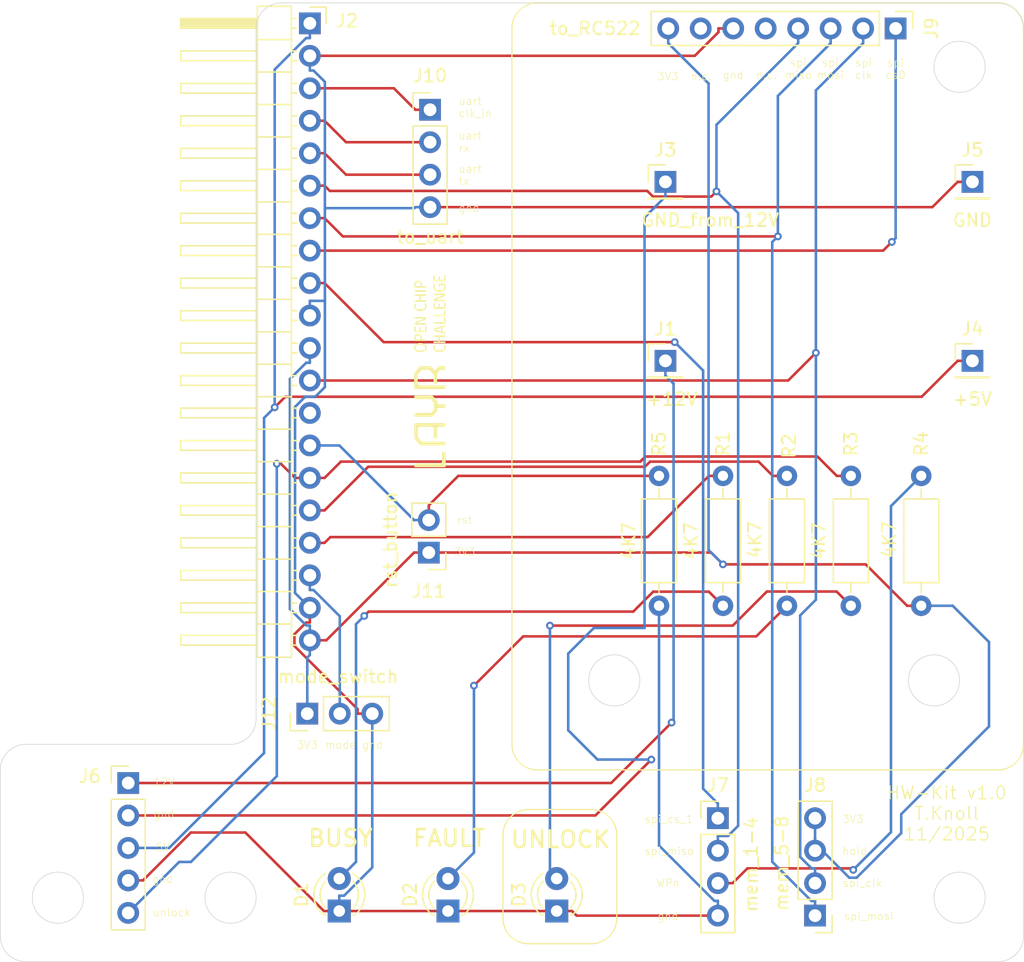
<source format=kicad_pcb>
(kicad_pcb (version 20240108) (generator "pcbnew") (generator_version "8.0")
  (layers (0 "F.Cu" signal) (31 "B.Cu" signal) (34 "B.Paste" user) (35 "F.Paste" user) (36 "B.SilkS" user "B.Silkscreen") (37 "F.SilkS" user "F.Silkscreen") (38 "B.Mask" user) (39 "F.Mask" user) (44 "Edge.Cuts" user))
  (net 0 "")
  (net 1 "GND")
  (net 2 "Net-(D1-A)")
  (net 3 "Net-(D2-A)")
  (net 4 "Net-(D3-A)")
  (net 5 "+12V")
  (net 6 "+5V")
  (net 7 "/spi_miso")
  (net 8 "/mode")
  (net 9 "/spi_sclk")
  (net 10 "/uart_rxd")
  (net 11 "+3V3")
  (net 12 "/uart_txd")
  (net 13 "/spi_cs_0")
  (net 14 "/unlock")
  (net 16 "/reset")
  (net 17 "/spi_mosi")
  (net 18 "/uart_clk_in")
  (net 19 "/busy")
  (net 20 "/hard_fault")
  (net 21 "/spi_cs_1")
  (net 22 "/GND_12V")
  (net 23 "Net-(J7-Pin_3)")
  (footprint "Resistor_THT:R_Axial_DIN0207_L6.3mm_D2.5mm_P10.16mm_Horizontal" (layer "F.Cu") (at 46.5 -27.84 90)
    (property "Reference" "R3")
    (property "Value" "4K7")
  )
  (footprint "LED_THT:LED_D3.0mm" (layer "F.Cu") (at 6.5 -3.96 90)
    (property "Reference" "D1")
    (property "Value" "LED")
  )
  (footprint "Connector_PinHeader_2.54mm:PinHeader_1x08_P2.54mm_Vertical" (layer "F.Cu") (at 50 -73 -90)
    (property "Reference" "J9")
    (property "Value" "to_RC522")
  )
  (footprint "LED_THT:LED_D3.0mm" (layer "F.Cu") (at 15 -3.96 90)
    (property "Reference" "D2")
    (property "Value" "LED")
  )
  (footprint "Resistor_THT:R_Axial_DIN0207_L6.3mm_D2.5mm_P10.16mm_Horizontal" (layer "F.Cu") (at 41.5 -27.84 90)
    (property "Reference" "R2")
    (property "Value" "4K7")
  )
  (footprint "LED_THT:LED_D3.0mm" (layer "F.Cu") (at 23.5 -3.96 90)
    (property "Reference" "D3")
    (property "Value" "LED")
  )
  (footprint "Resistor_THT:R_Axial_DIN0207_L6.3mm_D2.5mm_P10.16mm_Horizontal" (layer "F.Cu") (at 31.5 -38 -90)
    (property "Reference" "R5")
    (property "Value" "4K7")
  )
  (footprint "Connector_PinHeader_2.54mm:PinHeader_1x01_P2.54mm_Vertical" (layer "F.Cu") (at 32 -47)
    (property "Reference" "J1")
    (property "Value" "+12V")
  )
  (footprint "Resistor_THT:R_Axial_DIN0207_L6.3mm_D2.5mm_P10.16mm_Horizontal" (layer "F.Cu") (at 52 -38 -90)
    (property "Reference" "R4")
    (property "Value" "4K7")
  )
  (footprint "Connector_PinHeader_2.54mm:PinHeader_1x02_P2.54mm_Vertical" (layer "F.Cu") (at 13.5 -32 180)
    (property "Reference" "J11")
    (property "Value" "rst_button")
  )
  (footprint "Connector_PinHeader_2.54mm:PinHeader_1x05_P2.54mm_Vertical" (layer "F.Cu") (at -10 -13.975)
    (property "Reference" "J6")
    (property "Value" "to_lock")
  )
  (footprint "Connector_PinHeader_2.54mm:PinHeader_1x20_P2.54mm_Horizontal" (layer "F.Cu") (at -4 -73.4)
    (property "Reference" "J2")
    (property "Value" "to_ULX3S" (hide yes))
  )
  (footprint "Resistor_THT:R_Axial_DIN0207_L6.3mm_D2.5mm_P10.16mm_Horizontal" (layer "F.Cu") (at 36.5 -27.84 90)
    (property "Reference" "R1")
    (property "Value" "4K7")
  )
  (footprint "Connector_PinHeader_2.54mm:PinHeader_1x04_P2.54mm_Vertical" (layer "F.Cu") (at 43.7 -3.6 180)
    (property "Reference" "J8")
    (property "Value" "mem_5-8")
  )
  (footprint "Connector_PinHeader_2.54mm:PinHeader_1x01_P2.54mm_Vertical" (layer "F.Cu") (at 56 -47)
    (property "Reference" "J4")
    (property "Value" "+5V")
  )
  (footprint "Connector_PinHeader_2.54mm:PinHeader_1x01_P2.54mm_Vertical" (layer "F.Cu") (at 32 -61)
    (property "Reference" "J3")
    (property "Value" "GND_from_12V")
  )
  (footprint "Connector_PinHeader_2.54mm:PinHeader_1x04_P2.54mm_Vertical" (layer "F.Cu") (at 13.6 -66.64)
    (property "Reference" "J10")
    (property "Value" "to_uart")
  )
  (footprint "Connector_PinHeader_2.54mm:PinHeader_1x04_P2.54mm_Vertical" (layer "F.Cu") (at 36.1 -11.22)
    (property "Reference" "J7")
    (property "Value" "mem_1-4")
  )
  (footprint "Connector_PinHeader_2.54mm:PinHeader_1x03_P2.54mm_Vertical" (layer "F.Cu") (at 4 -19.4 90)
    (property "Reference" "J12")
    (property "Value" "mode_switch")
  )
  (footprint "Connector_PinHeader_2.54mm:PinHeader_1x01_P2.54mm_Vertical" (layer "F.Cu") (at 56 -61)
    (property "Reference" "J5")
    (property "Value" "GND")
  )
  (gr_arc (start 26.2 -11.9) (mid 27.614214 -11.314214) (end 28.2 -9.9) (stroke (width 0.1)) (layer "F.SilkS"))
  (gr_poly (pts (xy 13.86655 -50.026474) (xy 14.692578 -50.026472) (xy 14.692577 -50.366728) (xy 14.8 -50.352969) (xy 14.8 -49.9) (xy 13.866549 -49.900002) (xy 13.866547 -50.025944)) (stroke (width -0.000001)) (fill solid) (layer "F.SilkS"))
  (gr_poly (pts (xy 12.362752 -42.06034) (xy 12.363022 -42.063936) (xy 12.363475 -42.067479) (xy 12.364099 -42.070961) (xy 12.364888 -42.07438) (xy 12.365841 -42.077732) (xy 12.366955 -42.08101) (xy 12.36822 -42.084211) (xy 12.369638 -42.087333) (xy 12.3712 -42.09037) (xy 12.372905 -42.093319) (xy 12.37474 -42.096175) (xy 12.37671 -42.098927) (xy 12.378808 -42.101584) (xy 12.381025 -42.104131) (xy 12.383363 -42.106571) (xy 12.38581 -42.108893) (xy 12.38837 -42.111095) (xy 12.391032 -42.113177) (xy 12.393793 -42.115131) (xy 12.396649 -42.116952) (xy 12.399598 -42.11864) (xy 12.402629 -42.120182) (xy 12.405743 -42.121585) (xy 12.408934 -42.122835) (xy 12.412197 -42.123935) (xy 12.415529 -42.124875) (xy 12.418922 -42.125655) (xy 12.422375 -42.12627) (xy 12.425883 -42.126713) (xy 12.429439 -42.126982) (xy 12.43304 -42.127072) (xy 14.751847 -42.127073) (xy 14.755495 -42.126983) (xy 14.759088 -42.126707) (xy 14.762628 -42.126256) (xy 14.766112 -42.125635) (xy 14.769532 -42.124844) (xy 14.772882 -42.12389) (xy 14.77616 -42.122775) (xy 14.779362 -42.12151) (xy 14.782483 -42.120092) (xy 14.785522 -42.11853) (xy 14.788468 -42.116828) (xy 14.791322 -42.11499) (xy 14.794079 -42.113022) (xy 14.796734 -42.110924) (xy 14.799283 -42.108706) (xy 14.80172 -42.106369) (xy 14.804044 -42.10392) (xy 14.806246 -42.101361) (xy 14.808327 -42.098702) (xy 14.810278 -42.095936) (xy 14.812102 -42.09308) (xy 14.813788 -42.090134) (xy 14.815333 -42.087102) (xy 14.816734 -42.083988) (xy 14.817987 -42.080795) (xy 14.819086 -42.077532) (xy 14.820028 -42.074203) (xy 14.820805 -42.07081) (xy 14.821422 -42.067356) (xy 14.821865 -42.063853) (xy 14.822137 -42.060297) (xy 14.822224 -42.056695) (xy 14.822224 -41.905356) (xy 14.822133 -41.901705) (xy 14.821859 -41.898108) (xy 14.821408 -41.894568) (xy 14.820784 -41.891084) (xy 14.819993 -41.887666) (xy 14.81904 -41.884318) (xy 14.817929 -41.88104) (xy 14.816659 -41.877836) (xy 14.815245 -41.874715) (xy 14.813682 -41.871675) (xy 14.811979 -41.868729) (xy 14.810142 -41.865876) (xy 14.808172 -41.863122) (xy 14.806074 -41.860465) (xy 14.803858 -41.857918) (xy 14.80152 -41.85548) (xy 14.799071 -41.853156) (xy 14.796514 -41.850952) (xy 14.793851 -41.848871) (xy 14.79109 -41.846916) (xy 14.788234 -41.845096) (xy 14.785285 -41.843409) (xy 14.782254 -41.841866) (xy 14.779139 -41.840465) (xy 14.77595 -41.839211) (xy 14.772686 -41.838112) (xy 14.769354 -41.837172) (xy 14.76596 -41.836392) (xy 14.762508 -41.835778) (xy 14.759001 -41.835332) (xy 14.75545 -41.835067) (xy 14.751844 -41.834974) (xy 14.307874 -41.834971) (xy 14.300675 -41.83479) (xy 14.293569 -41.834247) (xy 14.286561 -41.833354) (xy 14.279667 -41.832118) (xy 14.272891 -41.830547) (xy 14.266245 -41.828654) (xy 14.259734 -41.826443) (xy 14.25337 -41.82393) (xy 14.247161 -41.821114) (xy 14.241115 -41.818013) (xy 14.235244 -41.814628) (xy 14.229554 -41.810976) (xy 14.224056 -41.80706) (xy 14.218755 -41.802889) (xy 14.213661 -41.798479) (xy 14.208789 -41.793831) (xy 14.20414 -41.788956) (xy 14.199726 -41.783863) (xy 14.19556 -41.778566) (xy 14.191643 -41.773064) (xy 14.187991 -41.767374) (xy 14.184607 -41.761503) (xy 14.181506 -41.755457) (xy 14.178691 -41.749251) (xy 14.176177 -41.742887) (xy 14.173969 -41.736376) (xy 14.172072 -41.729728) (xy 14.170503 -41.722951) (xy 14.169269 -41.716057) (xy 14.168371 -41.70905) (xy 14.167828 -41.701942) (xy 14.167647 -41.694744) (xy 14.167644 -41.001537) (xy 14.167553 -40.997888) (xy 14.167278 -40.994293) (xy 14.166827 -40.990751) (xy 14.166205 -40.98727) (xy 14.165415 -40.983851) (xy 14.164462 -40.980501) (xy 14.16335 -40.977221) (xy 14.162082 -40.974018) (xy 14.160666 -40.970896) (xy 14.159103 -40.967861) (xy 14.1574 -40.964916) (xy 14.155562 -40.962058) (xy 14.153593 -40.959301) (xy 14.151495 -40.956649) (xy 14.149279 -40.954099) (xy 14.146942 -40.951662) (xy 14.144492 -40.949338) (xy 14.141935 -40.947135) (xy 14.139273 -40.945053) (xy 14.13651 -40.943101) (xy 14.133655 -40.941278) (xy 14.130708 -40.939592) (xy 14.127674 -40.938049) (xy 14.12456 -40.936645) (xy 14.121368 -40.935394) (xy 14.118107 -40.934297) (xy 14.114775 -40.933356) (xy 14.11138 -40.932576) (xy 14.107931 -40.931959) (xy 14.104423 -40.931516) (xy 14.100866 -40.931246) (xy 14.097266 -40.931157) (xy 13.953862 -40.931159) (xy 13.950214 -40.931249) (xy 13.946619 -40.931523) (xy 13.94308 -40.931975) (xy 13.939595 -40.932595) (xy 13.936176 -40.933389) (xy 13.932827 -40.934343) (xy 13.929548 -40.935454) (xy 13.926346 -40.936721) (xy 13.923223 -40.938137) (xy 13.920187 -40.939699) (xy 13.917239 -40.941401) (xy 13.914384 -40.943239) (xy 13.911631 -40.945209) (xy 13.908975 -40.947306) (xy 13.906425 -40.949525) (xy 13.903989 -40.951861) (xy 13.901664 -40.95431) (xy 13.899461 -40.956868) (xy 13.897381 -40.959531) (xy 13.895428 -40.962292) (xy 13.893607 -40.965149) (xy 13.89192 -40.968095) (xy 13.890374 -40.971129) (xy 13.888976 -40.974242) (xy 13.887722 -40.977433) (xy 13.886622 -40.980695) (xy 13.885681 -40.984027) (xy 13.8849 -40.987422) (xy 13.884287 -40.990872) (xy 13.883846 -40.994378) (xy 13.883574 -40.997933) (xy 13.883486 -41.001537) (xy 13.883485 -41.655059) (xy 13.883248 -41.664374) (xy 13.88255 -41.673567) (xy 13.881399 -41.682618) (xy 13.879808 -41.691524) (xy 13.877793 -41.700274) (xy 13.875356 -41.708847) (xy 13.872515 -41.717243) (xy 13.869279 -41.725446) (xy 13.865658 -41.733443) (xy 13.861671 -41.741224) (xy 13.857317 -41.748783) (xy 13.85262 -41.7561) (xy 13.847583 -41.763174) (xy 13.842221 -41.769984) (xy 13.836545 -41.776526) (xy 13.830567 -41.782784) (xy 13.824295 -41.788751) (xy 13.817744 -41.794412) (xy 13.810926 -41.799759) (xy 13.80385 -41.804777) (xy 13.796528 -41.809463) (xy 13.788972 -41.813796) (xy 13.781192 -41.817769) (xy 13.7732 -41.821373) (xy 13.765007 -41.824594) (xy 13.756629 -41.827423) (xy 13.748076 -41.829841) (xy 13.739355 -41.83185) (xy 13.730476 -41.833433) (xy 13.721459 -41.834573) (xy 13.712307 -41.83527) (xy 13.703037 -41.835503) (xy 12.826738 -41.835504) (xy 12.81742 -41.835267) (xy 12.80823 -41.834569) (xy 12.799174 -41.83342) (xy 12.790271 -41.83183) (xy 12.781522 -41.82981) (xy 12.772946 -41.827378) (xy 12.764552 -41.824532) (xy 12.756348 -41.821299) (xy 12.748354 -41.817678) (xy 12.740568 -41.81369) (xy 12.73301 -41.809337) (xy 12.725692 -41.80464) (xy 12.718623 -41.799604) (xy 12.711809 -41.794243) (xy 12.705268 -41.788565) (xy 12.699009 -41.782586) (xy 12.693043 -41.776313) (xy 12.687381 -41.769763) (xy 12.682033 -41.762944) (xy 12.677015 -41.755868) (xy 12.672331 -41.748548) (xy 12.667998 -41.740991) (xy 12.664024 -41.733213) (xy 12.660423 -41.725222) (xy 12.657202 -41.717031) (xy 12.654374 -41.70865) (xy 12.65195 -41.700093) (xy 12.649941 -41.691373) (xy 12.64836 -41.682494) (xy 12.647219 -41.673476) (xy 12.646525 -41.664328) (xy 12.646294 -41.655059) (xy 12.64629 -41.098373) (xy 12.646458 -41.090655) (xy 12.646956 -41.082982) (xy 12.64778 -41.075363) (xy 12.648929 -41.067806) (xy 12.650397 -41.060322) (xy 12.652178 -41.052916) (xy 12.654273 -41.045601) (xy 12.656676 -41.038378) (xy 12.659379 -41.031263) (xy 12.662388 -41.024265) (xy 12.66569 -41.017388) (xy 12.669286 -41.010638) (xy 12.673171 -41.004033) (xy 12.677337 -40.997572) (xy 12.681786 -40.99127) (xy 12.686508 -40.985132) (xy 12.882298 -40.743304) (xy 12.888945 -40.735578) (xy 12.895965 -40.728282) (xy 12.903345 -40.721429) (xy 12.911057 -40.715025) (xy 12.919087 -40.70908) (xy 12.927413 -40.703602) (xy 12.936017 -40.698604) (xy 12.944873 -40.694089) (xy 12.953968 -40.690074) (xy 12.963279 -40.686564) (xy 12.972781 -40.683567) (xy 12.98246 -40.681093) (xy 12.992297 -40.679154) (xy 13.002263 -40.677756) (xy 13.012351 -40.676911) (xy 13.022528 -40.676629) (xy 14.751316 -40.676628) (xy 14.754961 -40.676536) (xy 14.75856 -40.676261) (xy 14.7621 -40.675811) (xy 14.76558 -40.67519) (xy 14.769 -40.6744) (xy 14.772354 -40.673442) (xy 14.775631 -40.67233) (xy 14.778832 -40.671064) (xy 14.781954 -40.669649) (xy 14.784993 -40.668086) (xy 14.787938 -40.666385) (xy 14.790792 -40.664546) (xy 14.793549 -40.662577) (xy 14.796203 -40.660479) (xy 14.798752 -40.658261) (xy 14.801192 -40.655923) (xy 14.803514 -40.653472) (xy 14.80572 -40.650916) (xy 14.8078 -40.648255) (xy 14.809751 -40.645492) (xy 14.811575 -40.642636) (xy 14.81326 -40.639689) (xy 14.814805 -40.636658) (xy 14.816208 -40.633543) (xy 14.817456 -40.630349) (xy 14.818556 -40.627089) (xy 14.819499 -40.623758) (xy 14.820277 -40.620361) (xy 14.820893 -40.616911) (xy 14.821338 -40.613404) (xy 14.821604 -40.609851) (xy 14.821697 -40.606247) (xy 14.821696 -40.454907) (xy 14.821603 -40.451259) (xy 14.821328 -40.447665) (xy 14.820877 -40.444122) (xy 14.820256 -40.440643) (xy 14.819466 -40.437221) (xy 14.818509 -40.43387) (xy 14.817397 -40.43059) (xy 14.816131 -40.427391) (xy 14.814715 -40.424269) (xy 14.813152 -40.421231) (xy 14.811449 -40.418285) (xy 14.809613 -40.41543) (xy 14.807643 -40.412674) (xy 14.805547 -40.410021) (xy 14.803328 -40.407471) (xy 14.800991 -40.405032) (xy 14.798542 -40.402709) (xy 14.795983 -40.400507) (xy 14.793322 -40.398426) (xy 14.790559 -40.39647) (xy 14.787703 -40.394649) (xy 14.784758 -40.392965) (xy 14.781724 -40.39142) (xy 14.778612 -40.390016) (xy 14.775418 -40.388764) (xy 14.772157 -40.387668) (xy 14.768824 -40.386725) (xy 14.76543 -40.385943) (xy 14.76198 -40.385331) (xy 14.758473 -40.384888) (xy 14.754918 -40.384618) (xy 14.751315 -40.384526) (xy 12.883889 -40.384527) (xy 12.874223 -40.384806) (xy 12.864691 -40.38563) (xy 12.855306 -40.386993) (xy 12.846094 -40.388886) (xy 12.837069 -40.391294) (xy 12.828254 -40.394209) (xy 12.819664 -40.397626) (xy 12.811326 -40.401528) (xy 12.803252 -40.405909) (xy 12.795462 -40.410753) (xy 12.787982 -40.416057) (xy 12.780821 -40.421811) (xy 12.774011 -40.427997) (xy 12.767562 -40.434613) (xy 12.761493 -40.441645) (xy 12.755829 -40.449085) (xy 12.400757 -40.884593) (xy 12.396413 -40.890675) (xy 12.392309 -40.897014) (xy 12.388448 -40.903577) (xy 12.384843 -40.910346) (xy 12.381493 -40.917297) (xy 12.378408 -40.924409) (xy 12.375591 -40.931662) (xy 12.373042 -40.939028) (xy 12.370778 -40.946486) (xy 12.368796 -40.954016) (xy 12.367104 -40.961596) (xy 12.365707 -40.969199) (xy 12.364614 -40.976804) (xy 12.363827 -40.984394) (xy 12.363349 -40.991939) (xy 12.363185 -40.999419) (xy 12.363191 -42.057222) (xy 12.36266 -42.056693)) (stroke (width -0.000001)) (fill solid) (layer "F.SilkS"))
  (gr_poly (pts (xy 14.669294 -52.157426) (xy 14.6433 -52.154641) (xy 14.61294 -52.151804) (xy 14.578211 -52.14887) (xy 14.539122 -52.145787) (xy 14.497862 -52.143009) (xy 14.456702 -52.141022) (xy 14.41574 -52.139832) (xy 14.375077 -52.139435) (xy 13.866549 -52.139435) (xy 13.866551 -52.254795) (xy 14.799472 -52.254794) (xy 14.799472 -52.091809) (xy 13.997781 -51.759494) (xy 14.042459 -51.763388) (xy 14.086799 -51.766745) (xy 14.130815 -51.769568) (xy 14.174525 -51.771864) (xy 14.217932 -51.773638) (xy 14.26106 -51.774897) (xy 14.303912 -51.77565) (xy 14.346504 -51.775898) (xy 14.799469 -51.775901) (xy 14.799469 -51.662128) (xy 13.866021 -51.662128) (xy 13.86602 -51.823523)) (stroke (width -0.000001)) (fill solid) (layer "F.SilkS"))
  (gr_poly (pts (xy 12.472197 -49.679339) (xy 12.472194 -49.356546) (xy 12.780171 -49.356547) (xy 12.780171 -49.637534) (xy 12.878067 -49.637537) (xy 12.878066 -49.356546) (xy 13.209326 -49.356547) (xy 13.209324 -49.698389) (xy 13.308276 -49.69839) (xy 13.30828 -49.230606) (xy 12.374298 -49.230606) (xy 12.3743 -49.694157)) (stroke (width -0.000001)) (fill solid) (layer "F.SilkS"))
  (gr_poly (pts (xy 13.867078 -51.527718) (xy 13.867078 -51.527108) (xy 13.866549 -51.52719)) (stroke (width -0.000001)) (fill solid) (layer "F.SilkS"))
  (gr_poly (pts (xy 14.79947 -49.789936) (xy 14.79947 -49.659763) (xy 14.79947 -49.659761) (xy 14.561876 -49.59732) (xy 14.561873 -49.284051) (xy 14.799471 -49.22161) (xy 14.79947 -49.095671) (xy 14.463449 -49.192817) (xy 14.463448 -49.309979) (xy 14.463449 -49.571917) (xy 13.967093 -49.44174) (xy 14.463448 -49.309979) (xy 14.463449 -49.192817) (xy 13.86602 -49.365545) (xy 13.866023 -49.520061)) (stroke (width -0.000001)) (fill solid) (layer "F.SilkS"))
  (gr_poly (pts (xy 13.964445 -53.66079) (xy 13.964445 -53.338) (xy 14.272421 -53.337998) (xy 14.272422 -53.618987) (xy 14.370314 -53.618984) (xy 14.370316 -53.338) (xy 14.701574 -53.337998) (xy 14.701576 -53.679837) (xy 14.800529 -53.679839) (xy 14.800529 -53.212059) (xy 13.867078 -53.212058) (xy 13.867078 -53.675525)) (stroke (width -0.000001)) (fill solid) (layer "F.SilkS"))
  (gr_line (start 21.3 -11.9) (end 26.2 -11.9) (stroke (width 0.1)) (layer "F.SilkS"))
  (gr_poly (pts (xy 13.849713 -52.790006) (xy 13.850011 -52.799602) (xy 13.850506 -52.80905) (xy 13.851197 -52.818346) (xy 13.852078 -52.827492) (xy 13.85316 -52.836484) (xy 13.854437 -52.845322) (xy 13.855903 -52.854008) (xy 13.857558 -52.862536) (xy 13.859408 -52.870911) (xy 13.861451 -52.879127) (xy 13.86368 -52.887189) (xy 13.866098 -52.895089) (xy 13.868709 -52.902834) (xy 13.871504 -52.910419) (xy 13.874489 -52.917839) (xy 13.873956 -52.917839) (xy 13.877232 -52.925175) (xy 13.880706 -52.932501) (xy 13.88438 -52.939812) (xy 13.888254 -52.947107) (xy 13.892329 -52.954394) (xy 13.896608 -52.961671) (xy 13.901089 -52.968933) (xy 13.905777 -52.97618) (xy 13.910665 -52.983416) (xy 13.915759 -52.990643) (xy 13.921059 -52.997855) (xy 13.926568 -53.005054) (xy 13.932286 -53.012241) (xy 13.938209 -53.019414) (xy 13.944343 -53.026578) (xy 13.950686 -53.033728) (xy 14.021068 -52.965996) (xy 14.011886 -52.954538) (xy 14.003387 -52.943183) (xy 13.995561 -52.931941) (xy 13.98839 -52.92082) (xy 13.985046 -52.915301) (xy 13.981866 -52.909816) (xy 13.97884 -52.904367) (xy 13.975969 -52.898948) (xy 13.973258 -52.893562) (xy 13.9707 -52.888213) (xy 13.968291 -52.882902) (xy 13.966034 -52.877622) (xy 13.963924 -52.872321) (xy 13.961963 -52.866932) (xy 13.960146 -52.86146) (xy 13.958475 -52.855901) (xy 13.956948 -52.850262) (xy 13.955558 -52.844536) (xy 13.95431 -52.83873) (xy 13.953202 -52.832842) (xy 13.952226 -52.826874) (xy 13.951388 -52.820824) (xy 13.950684 -52.814697) (xy 13.950106 -52.808491) (xy 13.949664 -52.80221) (xy 13.949351 -52.795847) (xy 13.949164 -52.789414) (xy 13.9491 -52.782902) (xy 13.949454 -52.76985) (xy 13.950513 -52.757083) (xy 13.952277 -52.744603) (xy 13.954747 -52.732415) (xy 13.957922 -52.720519) (xy 13.961796 -52.708916) (xy 13.966375 -52.697605) (xy 13.971656 -52.686593) (xy 13.977637 -52.675876) (xy 13.984317 -52.665461) (xy 13.991697 -52.655348) (xy 13.999776 -52.645533) (xy 14.008552 -52.636022) (xy 14.018024 -52.626819) (xy 14.028193 -52.617926) (xy 14.039058 -52.609337) (xy 14.050803 -52.601163) (xy 14.063417 -52.593512) (xy 14.076897 -52.586382) (xy 14.091246 -52.579775) (xy 14.106465 -52.573695) (xy 14.122549 -52.568135) (xy 14.139504 -52.563107) (xy 14.157326 -52.5586) (xy 14.176019 -52.554623) (xy 14.195578 -52.551174) (xy 14.216001 -52.548252) (xy 14.237295 -52.54586) (xy 14.25946 -52.543999) (xy 14.282493 -52.542666) (xy 14.30639 -52.541867) (xy 14.331161 -52.541602) (xy 14.380006 -52.542493) (xy 14.40324 -52.543608) (xy 14.425665 -52.545173) (xy 14.447263 -52.54718) (xy 14.468024 -52.549635) (xy 14.487932 -52.55254) (xy 14.506974 -52.555887) (xy 14.525136 -52.559684) (xy 14.542401 -52.563927) (xy 14.558759 -52.568616) (xy 14.574196 -52.573746) (xy 14.588693 -52.579328) (xy 14.602241 -52.585358) (xy 14.614826 -52.59183) (xy 14.626435 -52.598751) (xy 14.637197 -52.606112) (xy 14.64232 -52.609953) (xy 14.64727 -52.613908) (xy 14.652044 -52.617969) (xy 14.656645 -52.622144) (xy 14.661073 -52.626424) (xy 14.665325 -52.630817) (xy 14.669408 -52.635317) (xy 14.673312 -52.639928) (xy 14.677048 -52.64465) (xy 14.680607 -52.649485) (xy 14.683992 -52.654427) (xy 14.687204 -52.659481) (xy 14.690244 -52.664647) (xy 14.693109 -52.669923) (xy 14.695798 -52.675312) (xy 14.698316 -52.680815) (xy 14.700662 -52.686428) (xy 14.702834 -52.692149) (xy 14.704826 -52.697988) (xy 14.706652 -52.703939) (xy 14.708302 -52.710002) (xy 14.709774 -52.716177) (xy 14.711079 -52.722465) (xy 14.712208 -52.728866) (xy 14.713944 -52.742011) (xy 14.714987 -52.755614) (xy 14.715336 -52.769671) (xy 14.715174 -52.78013) (xy 14.714686 -52.790459) (xy 14.713885 -52.800664) (xy 14.71276 -52.810741) (xy 14.711318 -52.820693) (xy 14.709555 -52.830518) (xy 14.707478 -52.84021) (xy 14.705081 -52.849777) (xy 14.702367 -52.85921) (xy 14.699341 -52.868514) (xy 14.695995 -52.877684) (xy 14.692339 -52.886727) (xy 14.688369 -52.895632) (xy 14.684086 -52.904403) (xy 14.67949 -52.913043) (xy 14.674588 -52.921545) (xy 14.383015 -52.921543) (xy 14.383016 -52.779196) (xy 14.284062 -52.76544) (xy 14.284062 -53.043779) (xy 14.733323 -53.04378) (xy 14.743514 -53.027639) (xy 14.753043 -53.011363) (xy 14.761919 -52.994952) (xy 14.770134 -52.978403) (xy 14.777693 -52.961725) (xy 14.784599 -52.944911) (xy 14.790843 -52.927966) (xy 14.796429 -52.910893) (xy 14.801361 -52.893688) (xy 14.80563 -52.876353) (xy 14.809246 -52.858891) (xy 14.812204 -52.8413) (xy 14.814503 -52.823579) (xy 14.816148 -52.805737) (xy 14.817134 -52.787767) (xy 14.817463 -52.76967) (xy 14.816992 -52.74826) (xy 14.815578 -52.727478) (xy 14.813217 -52.707329) (xy 14.809913 -52.687809) (xy 14.805665 -52.668918) (xy 14.80047 -52.650656) (xy 14.794326 -52.633024) (xy 14.787233 -52.616015) (xy 14.779194 -52.599634) (xy 14.770205 -52.58388) (xy 14.760264 -52.568751) (xy 14.749375 -52.554245) (xy 14.737528 -52.540359) (xy 14.724736 -52.527102) (xy 14.710986 -52.514462) (xy 14.696285 -52.502446) (xy 14.680626 -52.491104) (xy 14.66401 -52.480492) (xy 14.646442 -52.470613) (xy 14.627915 -52.461467) (xy 14.608429 -52.45305) (xy 14.587985 -52.44537) (xy 14.566579 -52.438417) (xy 14.544214 -52.432197) (xy 14.520889 -52.426711) (xy 14.496598 -52.421954) (xy 14.471351 -52.417928) (xy 14.445134 -52.414636) (xy 14.417957 -52.412074) (xy 14.389815 -52.410245) (xy 14.360704 -52.409147) (xy 14.330631 -52.408781) (xy 14.311171 -52.40898) (xy 14.292084 -52.409575) (xy 14.273374 -52.410565) (xy 14.255043 -52.411949) (xy 14.237083 -52.413727) (xy 14.219507 -52.415896) (xy 14.202315 -52.418465) (xy 14.185504 -52.421415) (xy 14.169079 -52.424761) (xy 14.15304 -52.428496) (xy 14.137383 -52.432622) (xy 14.122121 -52.437132) (xy 14.107247 -52.442033) (xy 14.092766 -52.447319) (xy 14.078679 -52.452995) (xy 14.064986 -52.459052) (xy 14.051613 -52.46544) (xy 14.03867 -52.472098) (xy 14.02616 -52.479034) (xy 14.014089 -52.486238) (xy 14.002448 -52.493718) (xy 13.991243 -52.50147) (xy 13.980472 -52.509493) (xy 13.970134 -52.517791) (xy 13.960232 -52.526359) (xy 13.950762 -52.535204) (xy 13.941727 -52.544319) (xy 13.933126 -52.553707) (xy 13.924956 -52.56337) (xy 13.917224 -52.573304) (xy 13.909927 -52.583511) (xy 13.903061 -52.593989) (xy 13.896621 -52.604669) (xy 13.890588 -52.615473) (xy 13.884963 -52.626404) (xy 13.879756 -52.637457) (xy 13.874956 -52.648639) (xy 13.870571 -52.659949) (xy 13.866599 -52.671388) (xy 13.863046 -52.682956) (xy 13.859905 -52.694657) (xy 13.857179 -52.706483) (xy 13.854872 -52.718446) (xy 13.852981 -52.73054) (xy 13.851511 -52.742766) (xy 13.85046 -52.755127) (xy 13.849826 -52.767623) (xy 13.849616 -52.780254)) (stroke (width -0.000001)) (fill solid) (layer "F.SilkS"))
  (gr_poly (pts (xy 12.362751 -38.904922) (xy 12.363025 -38.908518) (xy 12.363474 -38.912058) (xy 12.364099 -38.915542) (xy 12.364888 -38.918959) (xy 12.365841 -38.92231) (xy 12.366956 -38.925587) (xy 12.368221 -38.92879) (xy 12.369641 -38.931913) (xy 12.371199 -38.934948) (xy 12.372901 -38.9379) (xy 12.37474 -38.940747) (xy 12.376712 -38.943506) (xy 12.378807 -38.946161) (xy 12.381026 -38.948711) (xy 12.383362 -38.951147) (xy 12.38581 -38.953472) (xy 12.38837 -38.955676) (xy 12.391033 -38.957756) (xy 12.393791 -38.959709) (xy 12.396648 -38.961531) (xy 12.399596 -38.963216) (xy 12.402628 -38.964763) (xy 12.405742 -38.966161) (xy 12.408933 -38.967415) (xy 12.412198 -38.968514) (xy 12.415527 -38.969455) (xy 12.418923 -38.970234) (xy 12.422376 -38.970849) (xy 12.425882 -38.971292) (xy 12.429438 -38.971561) (xy 12.433039 -38.971653) (xy 14.356559 -38.971653) (xy 14.365874 -38.971887) (xy 14.375066 -38.972586) (xy 14.384119 -38.973739) (xy 14.393027 -38.975324) (xy 14.401772 -38.977345) (xy 14.410348 -38.97978) (xy 14.418742 -38.982621) (xy 14.426945 -38.985858) (xy 14.434943 -38.989478) (xy 14.442726 -38.993467) (xy 14.450284 -38.997818) (xy 14.457602 -39.002517) (xy 14.464675 -39.007552) (xy 14.471485 -39.012913) (xy 14.478026 -39.01859) (xy 14.484285 -39.02457) (xy 14.49025 -39.030839) (xy 14.495914 -39.037391) (xy 14.50126 -39.04421) (xy 14.506281 -39.051285) (xy 14.510962 -39.058607) (xy 14.515297 -39.066166) (xy 14.519272 -39.073942) (xy 14.522874 -39.081935) (xy 14.526096 -39.090123) (xy 14.528921 -39.098504) (xy 14.531345 -39.107062) (xy 14.533352 -39.115785) (xy 14.534933 -39.124656) (xy 14.536074 -39.133678) (xy 14.53677 -39.142828) (xy 14.537004 -39.152097) (xy 14.537004 -39.811439) (xy 14.537095 -39.815089) (xy 14.537371 -39.818683) (xy 14.537821 -39.822223) (xy 14.538443 -39.825707) (xy 14.539236 -39.829128) (xy 14.540188 -39.832477) (xy 14.541302 -39.835756) (xy 14.542567 -39.838958) (xy 14.543986 -39.842078) (xy 14.545547 -39.845114) (xy 14.547247 -39.848063) (xy 14.549084 -39.850917) (xy 14.551056 -39.853674) (xy 14.553154 -39.856329) (xy 14.555372 -39.858877) (xy 14.557705 -39.861314) (xy 14.560156 -39.863639) (xy 14.562711 -39.865842) (xy 14.565378 -39.867921) (xy 14.568139 -39.869877) (xy 14.570994 -39.871698) (xy 14.57394 -39.873381) (xy 14.576973 -39.874927) (xy 14.580089 -39.876331) (xy 14.583283 -39.877579) (xy 14.586544 -39.878679) (xy 14.589873 -39.87962) (xy 14.593269 -39.880403) (xy 14.596722 -39.881016) (xy 14.600225 -39.881458) (xy 14.603783 -39.881728) (xy 14.607383 -39.881819) (xy 14.750786 -39.881818) (xy 14.754435 -39.881728) (xy 14.75803 -39.881453) (xy 14.761574 -39.881003) (xy 14.765054 -39.880379) (xy 14.768472 -39.879588) (xy 14.771826 -39.878635) (xy 14.775102 -39.877521) (xy 14.778304 -39.876257) (xy 14.781426 -39.874838) (xy 14.784462 -39.873276) (xy 14.78741 -39.871575) (xy 14.790261 -39.869738) (xy 14.79302 -39.867766) (xy 14.795672 -39.865671) (xy 14.79822 -39.863453) (xy 14.800661 -39.861116) (xy 14.802983 -39.858665) (xy 14.805187 -39.856109) (xy 14.80727 -39.853445) (xy 14.809222 -39.850684) (xy 14.811045 -39.847827) (xy 14.812731 -39.844883) (xy 14.814275 -39.841848) (xy 14.815678 -39.838735) (xy 14.816929 -39.835543) (xy 14.818026 -39.83228) (xy 14.818969 -39.828949) (xy 14.819748 -39.825555) (xy 14.820363 -39.822102) (xy 14.820806 -39.818592) (xy 14.821074 -39.81504) (xy 14.821167 -39.811439) (xy 14.821166 -38.74993) (xy 14.821073 -38.746284) (xy 14.820802 -38.742689) (xy 14.82035 -38.739145) (xy 14.819726 -38.735665) (xy 14.818935 -38.732245) (xy 14.817983 -38.728896) (xy 14.816869 -38.725615) (xy 14.8156 -38.722414) (xy 14.814186 -38.719292) (xy 14.812623 -38.716256) (xy 14.810922 -38.71331) (xy 14.809084 -38.710457) (xy 14.807113 -38.707698) (xy 14.805016 -38.705044) (xy 14.802799 -38.702496) (xy 14.800463 -38.700058) (xy 14.798013 -38.697734) (xy 14.795457 -38.695532) (xy 14.792791 -38.693449) (xy 14.79003 -38.691495) (xy 14.787175 -38.689676) (xy 14.784226 -38.687987) (xy 14.781193 -38.686445) (xy 14.778079 -38.685043) (xy 14.77489 -38.68379) (xy 14.771625 -38.682692) (xy 14.768294 -38.681752) (xy 14.7649 -38.680971) (xy 14.76145 -38.680354) (xy 14.757944 -38.679912) (xy 14.754388 -38.679646) (xy 14.750789 -38.679553) (xy 12.433037 -38.679553) (xy 12.429438 -38.679645) (xy 12.425886 -38.67991) (xy 12.422387 -38.680356) (xy 12.418946 -38.680968) (xy 12.415564 -38.681749) (xy 12.412247 -38.682693) (xy 12.408998 -38.683792) (xy 12.405826 -38.685044) (xy 12.402731 -38.686443) (xy 12.39972 -38.68799) (xy 12.396794 -38.689676) (xy 12.393961 -38.691496) (xy 12.39122 -38.693449) (xy 12.388585 -38.69553) (xy 12.38605 -38.697735) (xy 12.383625 -38.700058) (xy 12.381315 -38.702497) (xy 12.379121 -38.705044) (xy 12.37705 -38.707699) (xy 12.375104 -38.710456) (xy 12.373285 -38.713311) (xy 12.371607 -38.716255) (xy 12.370067 -38.719293) (xy 12.368671 -38.722416) (xy 12.367421 -38.725619) (xy 12.366324 -38.728896) (xy 12.365387 -38.732247) (xy 12.364604 -38.735666) (xy 12.36399 -38.739146) (xy 12.363548 -38.742689) (xy 12.363277 -38.746283) (xy 12.36319 -38.749931) (xy 12.363188 -38.901272) (xy 12.362658 -38.901275)) (stroke (width -0.000001)) (fill solid) (layer "F.SilkS"))
  (gr_poly (pts (xy 13.964446 -51.512373) (xy 13.964444 -51.189581) (xy 14.272419 -51.189579) (xy 14.272422 -51.470569) (xy 14.370316 -51.470569) (xy 14.370316 -51.18958) (xy 14.701572 -51.18958) (xy 14.701575 -51.531422) (xy 14.800531 -51.53142) (xy 14.80053 -51.063638) (xy 13.867078 -51.06364) (xy 13.867078 -51.527108)) (stroke (width -0.000001)) (fill solid) (layer "F.SilkS"))
  (gr_poly (pts (xy 13.177574 -50.324393) (xy 13.151579 -50.321606) (xy 13.121217 -50.318769) (xy 13.08649 -50.315837) (xy 13.047399 -50.31275) (xy 13.006141 -50.309974) (xy 12.964981 -50.30799) (xy 12.924022 -50.306798) (xy 12.883359 -50.306402) (xy 12.374299 -50.306401) (xy 12.374302 -50.42176) (xy 13.307748 -50.42176) (xy 13.307751 -50.258778) (xy 12.506064 -49.926459) (xy 12.550737 -49.930358) (xy 12.595077 -49.93371) (xy 12.639097 -49.936533) (xy 12.682802 -49.938831) (xy 12.726213 -49.940606) (xy 12.769339 -49.941863) (xy 12.812193 -49.942618) (xy 12.85478 -49.942864) (xy 13.30775 -49.942866) (xy 13.307751 -49.829095) (xy 12.374299 -49.829095) (xy 12.374299 -49.990488)) (stroke (width -0.000001)) (fill solid) (layer "F.SilkS"))
  (gr_arc (start 21.3 -1.4) (mid 19.885786 -1.985786) (end 19.3 -3.4) (stroke (width 0.1)) (layer "F.SilkS"))
  (gr_line (start 19.3 -3.4) (end 19.3 -9.9) (stroke (width 0.1)) (layer "F.SilkS"))
  (gr_arc (start 22 -15) (mid 20.585786 -15.585786) (end 20 -17) (stroke (width 0.1)) (layer "F.SilkS"))
  (gr_poly (pts (xy 13.848906 -48.053199) (xy 13.849945 -48.070621) (xy 13.850729 -48.079122) (xy 13.851685 -48.087478) (xy 13.852812 -48.095686) (xy 13.854114 -48.103745) (xy 13.85559 -48.111656) (xy 13.857238 -48.11942) (xy 13.859062 -48.127028) (xy 13.861061 -48.134486) (xy 13.86323 -48.141788) (xy 13.865574 -48.148933) (xy 13.868092 -48.155918) (xy 13.870782 -48.162746) (xy 13.871312 -48.162219) (xy 13.874191 -48.168966) (xy 13.877268 -48.175712) (xy 13.880542 -48.182457) (xy 13.884012 -48.189199) (xy 13.887686 -48.195937) (xy 13.891553 -48.202672) (xy 13.89562 -48.209402) (xy 13.899888 -48.216126) (xy 13.904351 -48.222847) (xy 13.909016 -48.229558) (xy 13.913875 -48.236261) (xy 13.918938 -48.242959) (xy 13.924194 -48.249645) (xy 13.929653 -48.256319) (xy 13.935308 -48.262985) (xy 13.941161 -48.269639) (xy 14.017362 -48.204551) (xy 14.013169 -48.199599) (xy 14.009126 -48.194653) (xy 14.005225 -48.189724) (xy 14.001471 -48.184808) (xy 13.997858 -48.179901) (xy 13.994387 -48.175009) (xy 13.991053 -48.170129) (xy 13.987862 -48.165262) (xy 13.984805 -48.160405) (xy 13.981882 -48.15556) (xy 13.979093 -48.150733) (xy 13.976434 -48.145912) (xy 13.973906 -48.141106) (xy 13.971509 -48.136315) (xy 13.969239 -48.131535) (xy 13.967093 -48.126763) (xy 13.965163 -48.121878) (xy 13.963346 -48.11694) (xy 13.961648 -48.111953) (xy 13.960063 -48.106913) (xy 13.958598 -48.101821) (xy 13.957251 -48.096673) (xy 13.956023 -48.091473) (xy 13.954921 -48.086217) (xy 13.953941 -48.080905) (xy 13.953086 -48.075539) (xy 13.952363 -48.070112) (xy 13.951763 -48.064629) (xy 13.951293 -48.059085) (xy 13.950957 -48.053483) (xy 13.950754 -48.047823) (xy 13.950686 -48.042099) (xy 13.951041 -48.029072) (xy 13.952099 -48.016376) (xy 13.953863 -48.004016) (xy 13.956331 -47.991991) (xy 13.959508 -47.980301) (xy 13.963384 -47.968949) (xy 13.967962 -47.957929) (xy 13.973241 -47.947245) (xy 13.979223 -47.936893) (xy 13.985904 -47.926878) (xy 13.993285 -47.917199) (xy 14.001362 -47.907854) (xy 14.010141 -47.898843) (xy 14.019614 -47.890172) (xy 14.029781 -47.881829) (xy 14.040644 -47.873821) (xy 14.052384 -47.866233) (xy 14.064979 -47.859137) (xy 14.078435 -47.852536) (xy 14.092743 -47.846432) (xy 14.107915 -47.840818) (xy 14.123942 -47.835695) (xy 14.140834 -47.831067) (xy 14.158584 -47.826927) (xy 14.177198 -47.823279) (xy 14.196673 -47.820115) (xy 14.21701 -47.817443) (xy 14.238215 -47.815259) (xy 14.260284 -47.813561) (xy 14.283217 -47.812349) (xy 14.307021 -47.811624) (xy 14.331684 -47.811381) (xy 14.356308 -47.811625) (xy 14.379978 -47.81235) (xy 14.402711 -47.813562) (xy 14.424523 -47.815261) (xy 14.445429 -47.817444) (xy 14.465447 -47.820116) (xy 14.484587 -47.823276) (xy 14.502871 -47.826926) (xy 14.520312 -47.831068) (xy 14.536925 -47.835696) (xy 14.552728 -47.840819) (xy 14.567729 -47.846432) (xy 14.581951 -47.852535) (xy 14.595405 -47.859136) (xy 14.608112 -47.866231) (xy 14.620082 -47.873822) (xy 14.631331 -47.881829) (xy 14.641858 -47.890168) (xy 14.651667 -47.898847) (xy 14.660756 -47.907855) (xy 14.669118 -47.917201) (xy 14.676759 -47.92688) (xy 14.680309 -47.931847) (xy 14.683675 -47.936895) (xy 14.686861 -47.942026) (xy 14.689866 -47.947244) (xy 14.692691 -47.952547) (xy 14.695331 -47.957932) (xy 14.697792 -47.963398) (xy 14.700071 -47.968947) (xy 14.70217 -47.974583) (xy 14.704087 -47.980303) (xy 14.705819 -47.986107) (xy 14.70737 -47.991992) (xy 14.709925 -48.004017) (xy 14.711753 -48.016377) (xy 14.712851 -48.029068) (xy 14.713215 -48.042097) (xy 14.713141 -48.048685) (xy 14.712918 -48.055147) (xy 14.712546 -48.061483) (xy 14.712027 -48.067704) (xy 14.711357 -48.073801) (xy 14.710537 -48.079779) (xy 14.70957 -48.085637) (xy 14.708455 -48.091375) (xy 14.707188 -48.096999) (xy 14.705775 -48.102502) (xy 14.704212 -48.107891) (xy 14.7025 -48.113163) (xy 14.700641 -48.118319) (xy 14.698631 -48.123364) (xy 14.696473 -48.128295) (xy 14.694166 -48.133115) (xy 14.689131 -48.142739) (xy 14.683548 -48.152562) (xy 14.677421 -48.162581) (xy 14.670752 -48.172802) (xy 14.663531 -48.18322) (xy 14.655768 -48.193836) (xy 14.647458 -48.204653) (xy 14.638603 -48.215663) (xy 14.713216 -48.279164) (xy 14.725899 -48.266302) (xy 14.737749 -48.253119) (xy 14.748776 -48.239616) (xy 14.758974 -48.225792) (xy 14.768345 -48.211651) (xy 14.776895 -48.197185) (xy 14.784623 -48.182409) (xy 14.791534 -48.167313) (xy 14.797624 -48.1519) (xy 14.802897 -48.136168) (xy 14.807352 -48.120128) (xy 14.810997 -48.103771) (xy 14.813827 -48.087101) (xy 14.815847 -48.070117) (xy 14.817058 -48.052826) (xy 14.817461 -48.035216) (xy 14.81725 -48.022222) (xy 14.816617 -48.009421) (xy 14.815561 -47.996813) (xy 14.81408 -47.984401) (xy 14.812175 -47.972181) (xy 14.809846 -47.960152) (xy 14.807086 -47.948313) (xy 14.8039 -47.936661) (xy 14.800291 -47.925193) (xy 14.796248 -47.913912) (xy 14.791778 -47.902811) (xy 14.786878 -47.891897) (xy 14.781547 -47.881159) (xy 14.775781 -47.870599) (xy 14.769589 -47.860214) (xy 14.762958 -47.85001) (xy 14.755992 -47.840032) (xy 14.748598 -47.830338) (xy 14.740764 -47.820928) (xy 14.732495 -47.811802) (xy 14.723797 -47.802957) (xy 14.714663 -47.794397) (xy 14.705094 -47.786114) (xy 14.695094 -47.778108) (xy 14.684653 -47.770387) (xy 14.673784 -47.762938) (xy 14.662482 -47.755772) (xy 14.650742 -47.748883) (xy 14.638567 -47.742265) (xy 14.625961 -47.735928) (xy 14.612921 -47.72986) (xy 14.599445 -47.724068) (xy 14.585566 -47.718586) (xy 14.571312 -47.713453) (xy 14.556688 -47.708666) (xy 14.541682 -47.704231) (xy 14.526303 -47.700149) (xy 14.510538 -47.696411) (xy 14.494394 -47.693031) (xy 14.477869 -47.690002) (xy 14.460958 -47.687327) (xy 14.443662 -47.685005) (xy 14.425977 -47.68304) (xy 14.407905 -47.681429) (xy 14.38944 -47.680176) (xy 14.370585 -47.679277) (xy 14.351333 -47.678738) (xy 14.331686 -47.678559) (xy 14.292837 -47.67928) (xy 14.255651 -47.681445) (xy 14.237673 -47.68307) (xy 14.2201 -47.685061) (xy 14.202936 -47.687416) (xy 14.186166 -47.690135) (xy 14.169792 -47.693222) (xy 14.153818 -47.696672) (xy 14.138229 -47.700492) (xy 14.123029 -47.704678) (xy 14.108212 -47.709237) (xy 14.093781 -47.714163) (xy 14.079725 -47.719459) (xy 14.066045 -47.725127) (xy 14.052672 -47.731111) (xy 14.039725 -47.737356) (xy 14.027213 -47.743863) (xy 14.01513 -47.750633) (xy 14.003474 -47.757667) (xy 13.992245 -47.764965) (xy 13.98144 -47.772529) (xy 13.97106 -47.780358) (xy 13.961101 -47.788454) (xy 13.95156 -47.796816) (xy 13.94244 -47.805448) (xy 13.93374 -47.814348) (xy 13.92545 -47.823519) (xy 13.917575 -47.832962) (xy 13.910111 -47.842671) (xy 13.903063 -47.852658) (xy 13.896517 -47.862858) (xy 13.890387 -47.873219) (xy 13.884672 -47.883741) (xy 13.879365 -47.894426) (xy 13.874477 -47.905271) (xy 13.870003 -47.916281) (xy 13.865949 -47.927447) (xy 13.862316 -47.938776) (xy 13.859104 -47.95027) (xy 13.856317 -47.961921) (xy 13.853953 -47.973733) (xy 13.852013 -47.98571) (xy 13.850504 -47.997844) (xy 13.849422 -48.01014) (xy 13.848773 -48.022598) (xy 13.848556 -48.035218)) (stroke (width -0.000001)) (fill solid) (layer "F.SilkS"))
  (gr_poly (pts (xy 14.258133 -48.520465) (xy 14.258131 -48.859659) (xy 13.866022 -48.859662) (xy 13.866019 -48.985601) (xy 14.79947 -48.985604) (xy 14.799472 -48.85966) (xy 14.36132 -48.85966) (xy 14.361321 -48.520464) (xy 14.79947 -48.520464) (xy 14.799469 -48.394523) (xy 13.866019 -48.39452) (xy 13.866021 -48.520465)) (stroke (width -0.000001)) (fill solid) (layer "F.SilkS"))
  (gr_poly (pts (xy 12.351736 -45.968203) (xy 12.352301 -45.976234) (xy 12.353232 -45.984421) (xy 12.354516 -45.992726) (xy 12.356143 -46.001118) (xy 12.358104 -46.009554) (xy 12.360389 -46.018005) (xy 12.362989 -46.026438) (xy 12.365892 -46.034812) (xy 12.36909 -46.043097) (xy 12.37257 -46.051253) (xy 12.376327 -46.059251) (xy 12.380344 -46.067056) (xy 12.384617 -46.07463) (xy 12.389129 -46.081935) (xy 12.393878 -46.088944) (xy 12.398643 -46.095291) (xy 12.743657 -46.51439) (xy 12.749965 -46.521862) (xy 12.756761 -46.528981) (xy 12.764008 -46.535724) (xy 12.771678 -46.542082) (xy 12.779735 -46.548038) (xy 12.788149 -46.553562) (xy 12.796879 -46.55865) (xy 12.805903 -46.563276) (xy 12.815173 -46.567425) (xy 12.824671 -46.571077) (xy 12.834354 -46.574218) (xy 12.844193 -46.576827) (xy 12.854149 -46.578887) (xy 12.864196 -46.580379) (xy 12.874296 -46.581291) (xy 12.884416 -46.581598) (xy 13.589797 -46.581597) (xy 13.599126 -46.581338) (xy 13.608448 -46.580566) (xy 13.617744 -46.579291) (xy 13.627002 -46.57752) (xy 13.636193 -46.575264) (xy 13.645307 -46.572526) (xy 13.654318 -46.569322) (xy 13.663217 -46.565657) (xy 13.671976 -46.561535) (xy 13.68058 -46.556975) (xy 13.689012 -46.551975) (xy 13.69725 -46.546546) (xy 13.705278 -46.540701) (xy 13.713074 -46.534451) (xy 13.720623 -46.527794) (xy 13.727907 -46.520744) (xy 13.728437 -46.521804) (xy 13.732143 -46.517568) (xy 13.926346 -46.295846) (xy 13.929294 -46.29269) (xy 13.932378 -46.289756) (xy 13.935589 -46.287055) (xy 13.938913 -46.284579) (xy 13.942343 -46.282329) (xy 13.945869 -46.280305) (xy 13.949483 -46.278504) (xy 13.953169 -46.276931) (xy 13.956917 -46.275578) (xy 13.960725 -46.274449) (xy 13.964579 -46.27354) (xy 13.968464 -46.272852) (xy 13.972377 -46.272389) (xy 13.976302 -46.272141) (xy 13.980232 -46.27211) (xy 13.984156 -46.272303) (xy 13.988067 -46.272707) (xy 13.99195 -46.273329) (xy 13.9958 -46.274166) (xy 13.999603 -46.27522) (xy 14.003347 -46.276486) (xy 14.00703 -46.277965) (xy 14.010636 -46.27966) (xy 14.014155 -46.281563) (xy 14.017577 -46.283677) (xy 14.020894 -46.286001) (xy 14.024095 -46.288534) (xy 14.027169 -46.291277) (xy 14.030106 -46.294226) (xy 14.032898 -46.297382) (xy 14.035529 -46.300747) (xy 14.037999 -46.304316) (xy 14.173466 -46.514393) (xy 14.179249 -46.521846) (xy 14.18546 -46.528914) (xy 14.192075 -46.53558) (xy 14.199065 -46.541836) (xy 14.206404 -46.547672) (xy 14.214058 -46.553063) (xy 14.222006 -46.558005) (xy 14.230221 -46.562483) (xy 14.238668 -46.566485) (xy 14.247323 -46.569996) (xy 14.256158 -46.573001) (xy 14.265144 -46.575488) (xy 14.274255 -46.57745) (xy 14.283465 -46.57886) (xy 14.292739 -46.579721) (xy 14.302054 -46.580011) (xy 14.740203 -46.580014) (xy 14.74385 -46.579919) (xy 14.747447 -46.579648) (xy 14.75099 -46.579196) (xy 14.754472 -46.578572) (xy 14.757889 -46.577782) (xy 14.761241 -46.576825) (xy 14.764521 -46.575712) (xy 14.76772 -46.574446) (xy 14.770842 -46.573027) (xy 14.773877 -46.571468) (xy 14.776827 -46.569765) (xy 14.779679 -46.567929) (xy 14.782436 -46.565957) (xy 14.785092 -46.563863) (xy 14.787642 -46.561644) (xy 14.790077 -46.559307) (xy 14.792399 -46.556858) (xy 14.794607 -46.554299) (xy 14.796685 -46.551637) (xy 14.798641 -46.548878) (xy 14.800461 -46.546022) (xy 14.802146 -46.543073) (xy 14.803694 -46.54004) (xy 14.805093 -46.536925) (xy 14.806345 -46.533734) (xy 14.807441 -46.530471) (xy 14.808385 -46.527142) (xy 14.809163 -46.523748) (xy 14.809779 -46.520296) (xy 14.81022 -46.516788) (xy 14.810493 -46.513231) (xy 14.810582 -46.509634) (xy 14.810583 -46.358291) (xy 14.810491 -46.354644) (xy 14.810217 -46.351044) (xy 14.809767 -46.347507) (xy 14.809145 -46.344025) (xy 14.808352 -46.340607) (xy 14.8074 -46.337253) (xy 14.806285 -46.333978) (xy 14.805016 -46.330773) (xy 14.803601 -46.327651) (xy 14.802042 -46.324615) (xy 14.800338 -46.321669) (xy 14.798498 -46.318814) (xy 14.796529 -46.316056) (xy 14.794434 -46.313402) (xy 14.792217 -46.310856) (xy 14.78988 -46.308415) (xy 14.787428 -46.306093) (xy 14.784872 -46.303891) (xy 14.782209 -46.301807) (xy 14.779449 -46.299853) (xy 14.776591 -46.298034) (xy 14.773641 -46.296347) (xy 14.770611 -46.294805) (xy 14.767497 -46.293402) (xy 14.764306 -46.292149) (xy 14.761043 -46.291053) (xy 14.757709 -46.290109) (xy 14.754317 -46.289329) (xy 14.750866 -46.288714) (xy 14.747359 -46.288273) (xy 14.743804 -46.288002) (xy 14.740205 -46.287911) (xy 14.461332 -46.287911) (xy 14.455592 -46.287818) (xy 14.449878 -46.287542) (xy 14.444198 -46.287084) (xy 14.43855 -46.286447) (xy 14.42738 -46.284639) (xy 14.416395 -46.282138) (xy 14.405624 -46.278965) (xy 14.395097 -46.275129) (xy 14.384838 -46.270654) (xy 14.374879 -46.265553) (xy 14.36525 -46.259843) (xy 14.35598 -46.253546) (xy 14.347096 -46.246673) (xy 14.338625 -46.239245) (xy 14.330596 -46.231275) (xy 14.323042 -46.222785) (xy 14.315987 -46.213788) (xy 14.309464 -46.204304) (xy 14.178758 -45.998987) (xy 14.175389 -45.993482) (xy 14.172235 -45.98788) (xy 14.169295 -45.98219) (xy 14.166563 -45.976415) (xy 14.164045 -45.970558) (xy 14.161744 -45.964625) (xy 14.15966 -45.95862) (xy 14.15779 -45.952552) (xy 14.156139 -45.946421) (xy 14.154703 -45.940228) (xy 14.153487 -45.933987) (xy 14.152492 -45.927699) (xy 14.151714 -45.921364) (xy 14.151157 -45.914992) (xy 14.150824 -45.908586) (xy 14.150712 -45.902148) (xy 14.150711 -45.29784) (xy 14.150619 -45.294193) (xy 14.150348 -45.290596) (xy 14.149896 -45.287058) (xy 14.149271 -45.283574) (xy 14.148481 -45.280153) (xy 14.147528 -45.276805) (xy 14.146415 -45.273524) (xy 14.145149 -45.270324) (xy 14.143727 -45.2672) (xy 14.14217 -45.264165) (xy 14.140466 -45.261217) (xy 14.138628 -45.258363) (xy 14.136658 -45.255608) (xy 14.134566 -45.252954) (xy 14.132344 -45.250405) (xy 14.130009 -45.247965) (xy 14.127558 -45.245641) (xy 14.125001 -45.243437) (xy 14.122339 -45.241358) (xy 14.119578 -45.239406) (xy 14.11672 -45.237582) (xy 14.113773 -45.235898) (xy 14.11074 -45.234353) (xy 14.107627 -45.232951) (xy 14.104436 -45.231699) (xy 14.101171 -45.230599) (xy 14.09784 -45.229659) (xy 14.094449 -45.228878) (xy 14.090996 -45.228266) (xy 14.087489 -45.227819) (xy 14.083932 -45.227551) (xy 14.080331 -45.22746) (xy 13.936927 -45.22746) (xy 13.933281 -45.227555) (xy 13.929684 -45.227824) (xy 13.926142 -45.228278) (xy 13.922662 -45.228901) (xy 13.919244 -45.229693) (xy 13.915892 -45.230644) (xy 13.912616 -45.231758) (xy 13.909412 -45.233026) (xy 13.906292 -45.234442) (xy 13.903254 -45.236003) (xy 13.900306 -45.237706) (xy 13.897451 -45.239543) (xy 13.894696 -45.241512) (xy 13.89204 -45.243608) (xy 13.889492 -45.24583) (xy 13.887054 -45.248165) (xy 13.884732 -45.250615) (xy 13.882528 -45.253171) (xy 13.880448 -45.255836) (xy 13.878493 -45.258591) (xy 13.876669 -45.261451) (xy 13.874984 -45.264401) (xy 13.873439 -45.267433) (xy 13.872039 -45.270545) (xy 13.870788 -45.27374) (xy 13.869689 -45.277003) (xy 13.868747 -45.280333) (xy 13.867968 -45.283725) (xy 13.867355 -45.287178) (xy 13.866909 -45.290683) (xy 13.866641 -45.29424) (xy 13.866551 -45.297839) (xy 13.86655 -45.861931) (xy 13.866363 -45.870146) (xy 13.865812 -45.878311) (xy 13.864894 -45.886418) (xy 13.863617 -45.89445) (xy 13.861979 -45.902401) (xy 13.859992 -45.910256) (xy 13.857655 -45.918003) (xy 13.854976 -45.925631) (xy 13.851951 -45.933128) (xy 13.848591 -45.940486) (xy 13.8449 -45.947688) (xy 13.840877 -45.954729) (xy 13.836526 -45.96159) (xy 13.83186 -45.96826) (xy 13.82687 -45.974733) (xy 13.821572 -45.980994) (xy 13.601967 -46.229703) (xy 13.595441 -46.236752) (xy 13.588573 -46.243406) (xy 13.581382 -46.249661) (xy 13.573887 -46.255509) (xy 13.566109 -46.260934) (xy 13.558062 -46.265932) (xy 13.549766 -46.270494) (xy 13.541245 -46.274616) (xy 13.532513 -46.278282) (xy 13.523582 -46.281485) (xy 13.514481 -46.284222) (xy 13.505225 -46.286479) (xy 13.495835 -46.288252) (xy 13.486327 -46.289526) (xy 13.476721 -46.290296) (xy 13.46703 -46.290557) (xy 13.013005 -46.290556) (xy 13.002925 -46.290279) (xy 12.992938 -46.28945) (xy 12.983063 -46.288084) (xy 12.973326 -46.28618) (xy 12.963737 -46.283758) (xy 12.954316 -46.280817) (xy 12.945094 -46.277371) (xy 12.936077 -46.273426) (xy 12.92729 -46.268989) (xy 12.918751 -46.264073) (xy 12.910481 -46.258682) (xy 12.902498 -46.252828) (xy 12.894823 -46.246518) (xy 12.887474 -46.239763) (xy 12.880473 -46.232565) (xy 12.873831 -46.224941) (xy 12.675924 -45.984697) (xy 12.671015 -45.978549) (xy 12.666405 -45.972212) (xy 12.662094 -45.965698) (xy 12.658091 -45.959018) (xy 12.654394 -45.952181) (xy 12.651006 -45.945202) (xy 12.647928 -45.938092) (xy 12.645166 -45.930857) (xy 12.64272 -45.923511) (xy 12.640593 -45.91606) (xy 12.638788 -45.908525) (xy 12.637302 -45.900909) (xy 12.636147 -45.893223) (xy 12.635316 -45.885484) (xy 12.634815 -45.877694) (xy 12.634648 -45.86987) (xy 12.634648 -45.261326) (xy 12.634885 -45.252012) (xy 12.635584 -45.24282) (xy 12.63673 -45.233766) (xy 12.638322 -45.224859) (xy 12.640344 -45.216113) (xy 12.642776 -45.207536) (xy 12.645618 -45.199144) (xy 12.648856 -45.190938) (xy 12.652475 -45.182944) (xy 12.656464 -45.175157) (xy 12.660816 -45.167601) (xy 12.665514 -45.160281) (xy 12.670549 -45.15321) (xy 12.67591 -45.1464) (xy 12.681589 -45.139859) (xy 12.687568 -45.133603) (xy 12.693839 -45.127634) (xy 12.700388 -45.121972) (xy 12.707206 -45.116626) (xy 12.714282 -45.111607) (xy 12.721607 -45.106923) (xy 12.72916 -45.102587) (xy 12.736941 -45.098614) (xy 12.744933 -45.095013) (xy 12.753124 -45.091793) (xy 12.761501 -45.088963) (xy 12.770056 -45.08654) (xy 12.778779 -45.084531) (xy 12.787657 -45.082952) (xy 12.796673 -45.081811) (xy 12.805826 -45.081116) (xy 12.815095 -45.08088) (xy 14.739675 -45.080881) (xy 14.74332 -45.080792) (xy 14.746916 -45.080514) (xy 14.750459 -45.080066) (xy 14.753939 -45.079442) (xy 14.757359 -45.078652) (xy 14.760712 -45.077699) (xy 14.763988 -45.076586) (xy 14.767189 -45.075318) (xy 14.770311 -45.0739) (xy 14.773351 -45.07234) (xy 14.776297 -45.070636) (xy 14.779151 -45.068798) (xy 14.781906 -45.066832) (xy 14.784564 -45.064734) (xy 14.787112 -45.062514) (xy 14.789548 -45.060178) (xy 14.791871 -45.057729) (xy 14.794076 -45.055173) (xy 14.796156 -45.052508) (xy 14.798109 -45.049747) (xy 14.799931 -45.046889) (xy 14.801617 -45.043941) (xy 14.803163 -45.040909) (xy 14.804563 -45.037795) (xy 14.805815 -45.034605) (xy 14.806916 -45.031342) (xy 14.807855 -45.028011) (xy 14.808637 -45.024616) (xy 14.809248 -45.021164) (xy 14.809692 -45.01766) (xy 14.809962 -45.014105) (xy 14.810053 -45.0105) (xy 14.810052 -44.859162) (xy 14.809962 -44.855515) (xy 14.809687 -44.851918) (xy 14.809237 -44.848374) (xy 14.808612 -44.844894) (xy 14.807825 -44.841474) (xy 14.806869 -44.838126) (xy 14.805756 -44.834846) (xy 14.804491 -44.831644) (xy 14.803073 -44.828521) (xy 14.801511 -44.825485) (xy 14.799808 -44.822539) (xy 14.797971 -44.819684) (xy 14.796001 -44.816927) (xy 14.793902 -44.814274) (xy 14.791686 -44.811723) (xy 14.78935 -44.809287) (xy 14.7869 -44.806964) (xy 14.78434 -44.804757) (xy 14.781679 -44.802677) (xy 14.778916 -44.800724) (xy 14.77606 -44.798904) (xy 14.773114 -44.797221) (xy 14.770082 -44.795673) (xy 14.766968 -44.794273) (xy 14.763774 -44.793018) (xy 14.760514 -44.791919) (xy 14.757185 -44.790977) (xy 14.753791 -44.790199) (xy 14.750336 -44.789585) (xy 14.74683 -44.789141) (xy 14.743273 -44.788872) (xy 14.739671 -44.788782) (xy 12.421926 -44.788783) (xy 12.418278 -44.788874) (xy 12.41468 -44.789148) (xy 12.411137 -44.7896) (xy 12.407658 -44.79022) (xy 12.40424 -44.79101) (xy 12.400889 -44.791964) (xy 12.397611 -44.793078) (xy 12.394408 -44.794345) (xy 12.391285 -44.795763) (xy 12.388249 -44.797325) (xy 12.385304 -44.799024) (xy 12.382447 -44.800864) (xy 12.379691 -44.802834) (xy 12.377037 -44.80493) (xy 12.37449 -44.807151) (xy 12.372053 -44.809485) (xy 12.369727 -44.811934) (xy 12.367523 -44.814493) (xy 12.365442 -44.817154) (xy 12.363486 -44.819917) (xy 12.361667 -44.822773) (xy 12.359983 -44.82572) (xy 12.358437 -44.828752) (xy 12.357037 -44.831866) (xy 12.355783 -44.83506) (xy 12.354684 -44.838322) (xy 12.353742 -44.841651) (xy 12.352963 -44.845047) (xy 12.352349 -44.848496) (xy 12.351904 -44.852003) (xy 12.351636 -44.855561) (xy 12.351548 -44.85916) (xy 12.351546 -45.960355)) (stroke (width -0.000001)) (fill solid) (layer "F.SilkS"))
  (gr_poly (pts (xy 13.307748 -52.525726) (xy 13.307749 -52.399786) (xy 12.374299 -52.399787) (xy 12.3743 -52.525728)) (stroke (width -0.000001)) (fill solid) (layer "F.SilkS"))
  (gr_line (start 58 -15) (end 22 -15) (stroke (width 0.1)) (layer "F.SilkS"))
  (gr_line (start 26.2 -1.4) (end 21.3 -1.4) (stroke (width 0.1)) (layer "F.SilkS"))
  (gr_poly (pts (xy 13.86708 -53.676133) (xy 13.867078 -53.675525) (xy 13.866548 -53.675606)) (stroke (width -0.000001)) (fill solid) (layer "F.SilkS"))
  (gr_poly (pts (xy 12.766412 -51.739384) (xy 12.766413 -52.078583) (xy 12.374301 -52.078581) (xy 12.3743 -52.204524) (xy 13.307752 -52.204524) (xy 13.30775 -52.078582) (xy 12.869599 -52.078583) (xy 12.869602 -51.739383) (xy 13.30775 -51.739386) (xy 13.30775 -51.613443) (xy 12.374298 -51.613442) (xy 12.3743 -51.739388)) (stroke (width -0.000001)) (fill solid) (layer "F.SilkS"))
  (gr_poly (pts (xy 12.37458 -48.783541) (xy 12.375418 -48.803628) (xy 12.376816 -48.823083) (xy 12.378771 -48.841911) (xy 12.381291 -48.860106) (xy 12.384374 -48.877671) (xy 12.388016 -48.894612) (xy 12.392228 -48.910924) (xy 12.397 -48.926611) (xy 12.402336 -48.941672) (xy 12.408237 -48.956104) (xy 12.414705 -48.969915) (xy 12.421743 -48.983106) (xy 12.429348 -48.995672) (xy 12.437521 -49.007614) (xy 12.446265 -49.018939) (xy 12.446265 -49.018411) (xy 12.455568 -49.029083) (xy 12.465419 -49.039073) (xy 12.47582 -49.04838) (xy 12.486772 -49.056998) (xy 12.49828 -49.064935) (xy 12.510345 -49.072183) (xy 12.522971 -49.078747) (xy 12.53616 -49.084622) (xy 12.549911 -49.089809) (xy 12.564229 -49.094308) (xy 12.579116 -49.098115) (xy 12.594575 -49.101233) (xy 12.610607 -49.103659) (xy 12.627213 -49.10539) (xy 12.644397 -49.106436) (xy 12.662166 -49.106782) (xy 12.680821 -49.106427) (xy 12.698874 -49.105367) (xy 12.716333 -49.103602) (xy 12.733189 -49.101131) (xy 12.749446 -49.097961) (xy 12.7651 -49.094086) (xy 12.780146 -49.089507) (xy 12.79459 -49.084227) (xy 12.808426 -49.078244) (xy 12.821651 -49.071564) (xy 12.834264 -49.064182) (xy 12.846265 -49.056105) (xy 12.857653 -49.047329) (xy 12.868428 -49.037858) (xy 12.878583 -49.027688) (xy 12.888121 -49.016823) (xy 12.897063 -49.005246) (xy 12.905433 -48.993132) (xy 12.913232 -48.980483) (xy 12.920459 -48.967295) (xy 12.927108 -48.953567) (xy 12.933188 -48.939305) (xy 12.938688 -48.924491) (xy 12.943617 -48.909136) (xy 12.947968 -48.89324) (xy 12.95174 -48.876789) (xy 12.954933 -48.859794) (xy 12.957549 -48.84225) (xy 12.959585 -48.824149) (xy 12.961038 -48.805498) (xy 12.961913 -48.78629) (xy 12.962203 -48.766526) (xy 12.962204 -48.677098) (xy 13.308278 -48.677098) (xy 13.308278 -48.551156) (xy 12.863779 -48.551157) (xy 12.863779 -48.676569) (xy 12.863777 -48.761766) (xy 12.863605 -48.774949) (xy 12.863085 -48.787707) (xy 12.862214 -48.800047) (xy 12.860991 -48.811962) (xy 12.859421 -48.823451) (xy 12.857502 -48.834515) (xy 12.855227 -48.845147) (xy 12.8526 -48.855363) (xy 12.849619 -48.865143) (xy 12.846286 -48.874495) (xy 12.842598 -48.883422) (xy 12.838553 -48.891916) (xy 12.834151 -48.899977) (xy 12.829391 -48.907608) (xy 12.824276 -48.914808) (xy 12.818798 -48.921573) (xy 12.81933 -48.922101) (xy 12.816485 -48.925371) (xy 12.813507 -48.928542) (xy 12.810395 -48.9316) (xy 12.807151 -48.934555) (xy 12.803776 -48.937405) (xy 12.800267 -48.940151) (xy 12.792853 -48.945329) (xy 12.784913 -48.950083) (xy 12.776448 -48.954426) (xy 12.767457 -48.958349) (xy 12.757943 -48.961855) (xy 12.747913 -48.964947) (xy 12.737359 -48.967625) (xy 12.726289 -48.969886) (xy 12.714703 -48.971735) (xy 12.702601 -48.973174) (xy 12.689986 -48.974199) (xy 12.676859 -48.974813) (xy 12.663225 -48.975019) (xy 12.650743 -48.974814) (xy 12.638694 -48.974201) (xy 12.627082 -48.973176) (xy 12.615909 -48.971746) (xy 12.605167 -48.969903) (xy 12.594866 -48.967652) (xy 12.585006 -48.964992) (xy 12.57558 -48.961922) (xy 12.566599 -48.958442) (xy 12.558057 -48.954556) (xy 12.549958 -48.950256) (xy 12.542301 -48.94555) (xy 12.535088 -48.940434) (xy 12.528321 -48.934911) (xy 12.521994 -48.928975) (xy 12.516116 -48.92263) (xy 12.510635 -48.915871) (xy 12.5055 -48.908689) (xy 12.500718 -48.901084) (xy 12.496281 -48.893055) (xy 12.492196 -48.884603) (xy 12.488464 -48.875722) (xy 12.485082 -48.866414) (xy 12.48205 -48.856684) (xy 12.479377 -48.846522) (xy 12.477054 -48.835933) (xy 12.475086 -48.824912) (xy 12.473479 -48.813464) (xy 12.472225 -48.801585) (xy 12.471327 -48.789272) (xy 12.470787 -48.776528) (xy 12.470609 -48.763352) (xy 12.470608 -48.676568) (xy 12.863779 -48.676569) (xy 12.863779 -48.551157) (xy 12.374299 -48.551155) (xy 12.374301 -48.762822)) (stroke (width -0.000001)) (fill solid) (layer "F.SilkS"))
  (gr_arc (start 19.3 -9.9) (mid 19.885786 -11.314214) (end 21.3 -11.9) (stroke (width 0.1)) (layer "F.SilkS"))
  (gr_poly (pts (xy 12.356655 -51.27212) (xy 12.357697 -51.289546) (xy 12.35848 -51.298044) (xy 12.359433 -51.306396) (xy 12.360563 -51.314604) (xy 12.361863 -51.322667) (xy 12.363341 -51.330579) (xy 12.364989 -51.338341) (xy 12.36681 -51.345952) (xy 12.368808 -51.353406) (xy 12.370979 -51.360708) (xy 12.373324 -51.367853) (xy 12.375842 -51.374841) (xy 12.378532 -51.381669) (xy 12.379061 -51.381139) (xy 12.38194 -51.387887) (xy 12.385014 -51.394631) (xy 12.388291 -51.40138) (xy 12.391765 -51.408117) (xy 12.395432 -51.414858) (xy 12.399305 -51.421595) (xy 12.40337 -51.428322) (xy 12.407636 -51.435049) (xy 12.412103 -51.441766) (xy 12.416765 -51.448477) (xy 12.421627 -51.455183) (xy 12.426686 -51.46188) (xy 12.431946 -51.468565) (xy 12.437401 -51.475239) (xy 12.443058 -51.481906) (xy 12.44891 -51.488561) (xy 12.525114 -51.423474) (xy 12.520921 -51.418516) (xy 12.516876 -51.413574) (xy 12.512976 -51.408648) (xy 12.509219 -51.403727) (xy 12.505608 -51.398824) (xy 12.502136 -51.393929) (xy 12.498806 -51.389048) (xy 12.495612 -51.384181) (xy 12.492555 -51.379327) (xy 12.489631 -51.374485) (xy 12.48684 -51.369652) (xy 12.484183 -51.364835) (xy 12.481659 -51.360027) (xy 12.47926 -51.355236) (xy 12.476987 -51.350453) (xy 12.474841 -51.345686) (xy 12.472914 -51.340802) (xy 12.471096 -51.335862) (xy 12.469399 -51.330873) (xy 12.467814 -51.325835) (xy 12.466346 -51.32074) (xy 12.465001 -51.315594) (xy 12.463775 -51.310394) (xy 12.462669 -51.305137) (xy 12.46169 -51.299827) (xy 12.460838 -51.294457) (xy 12.460111 -51.289033) (xy 12.459512 -51.283551) (xy 12.459046 -51.278006) (xy 12.458706 -51.272404) (xy 12.458505 -51.266745) (xy 12.458437 -51.261017) (xy 12.45879 -51.247989) (xy 12.459851 -51.235295) (xy 12.461615 -51.222936) (xy 12.464081 -51.21091) (xy 12.467259 -51.199223) (xy 12.471134 -51.18787) (xy 12.475713 -51.176848) (xy 12.480993 -51.166164) (xy 12.486973 -51.155817) (xy 12.493654 -51.145799) (xy 12.501034 -51.136123) (xy 12.509114 -51.126777) (xy 12.51789 -51.117768) (xy 12.527363 -51.10909) (xy 12.537533 -51.100751) (xy 12.548397 -51.092743) (xy 12.560134 -51.085155) (xy 12.57273 -51.078059) (xy 12.586183 -51.071459) (xy 12.600493 -51.065351) (xy 12.615662 -51.059737) (xy 12.631692 -51.054617) (xy 12.648584 -51.049986) (xy 12.666335 -51.045848) (xy 12.684946 -51.042199) (xy 12.704423 -51.039039) (xy 12.724761 -51.036363) (xy 12.745966 -51.034179) (xy 12.768034 -51.032484) (xy 12.790969 -51.031271) (xy 12.81477 -51.030544) (xy 12.839438 -51.030303) (xy 12.864057 -51.030545) (xy 12.887728 -51.03127) (xy 12.910462 -51.032481) (xy 12.932272 -51.034181) (xy 12.953181 -51.036366) (xy 12.973196 -51.039036) (xy 12.992336 -51.042197) (xy 13.010622 -51.045846) (xy 13.028063 -51.049987) (xy 13.044675 -51.054617) (xy 13.060474 -51.059738) (xy 13.075479 -51.065352) (xy 13.089702 -51.071459) (xy 13.103156 -51.078061) (xy 13.115862 -51.085152) (xy 13.127834 -51.092745) (xy 13.139083 -51.100752) (xy 13.14961 -51.109089) (xy 13.159418 -51.117767) (xy 13.168505 -51.126777) (xy 13.17687 -51.13612) (xy 13.184509 -51.1458) (xy 13.188058 -51.150767) (xy 13.191424 -51.155818) (xy 13.194612 -51.160948) (xy 13.197617 -51.166167) (xy 13.200442 -51.171466) (xy 13.203085 -51.17685) (xy 13.205545 -51.182317) (xy 13.207822 -51.187871) (xy 13.209919 -51.193503) (xy 13.211835 -51.199226) (xy 13.21357 -51.205026) (xy 13.215121 -51.210913) (xy 13.217674 -51.222936) (xy 13.219503 -51.235296) (xy 13.220601 -51.24799) (xy 13.220967 -51.261018) (xy 13.220892 -51.267605) (xy 13.220669 -51.274066) (xy 13.220297 -51.280406) (xy 13.219776 -51.286625) (xy 13.219106 -51.292722) (xy 13.218286 -51.2987) (xy 13.217321 -51.304557) (xy 13.216203 -51.310297) (xy 13.214936 -51.315919) (xy 13.213525 -51.321422) (xy 13.211963 -51.326811) (xy 13.21025 -51.332084) (xy 13.20839 -51.33724) (xy 13.206383 -51.342286) (xy 13.204225 -51.347217) (xy 13.201918 -51.352035) (xy 13.196882 -51.361659) (xy 13.1913 -51.37148) (xy 13.185175 -51.381503) (xy 13.178501 -51.391723) (xy 13.171282 -51.40214) (xy 13.163519 -51.412759) (xy 13.155211 -51.423574) (xy 13.146353 -51.434587) (xy 13.220967 -51.498083) (xy 13.233648 -51.485225) (xy 13.245502 -51.47204) (xy 13.256525 -51.458537) (xy 13.266724 -51.444712) (xy 13.276094 -51.430569) (xy 13.284648 -51.416109) (xy 13.292375 -51.401331) (xy 13.299283 -51.386229) (xy 13.305373 -51.370819) (xy 13.310643 -51.35509) (xy 13.315102 -51.339048) (xy 13.318746 -51.322694) (xy 13.321579 -51.30602) (xy 13.323597 -51.289039) (xy 13.324811 -51.271742) (xy 13.325213 -51.254141) (xy 13.325001 -51.241142) (xy 13.324371 -51.22834) (xy 13.323309 -51.215734) (xy 13.321831 -51.203323) (xy 13.319925 -51.191103) (xy 13.317592 -51.179076) (xy 13.314836 -51.167234) (xy 13.311652 -51.155582) (xy 13.308039 -51.144117) (xy 13.303999 -51.132834) (xy 13.299526 -51.121735) (xy 13.294628 -51.110818) (xy 13.289297 -51.100078) (xy 13.283533 -51.089521) (xy 13.277336 -51.079137) (xy 13.270709 -51.068931) (xy 13.263742 -51.05895) (xy 13.256345 -51.049259) (xy 13.248513 -51.039849) (xy 13.24025 -51.030721) (xy 13.231546 -51.021877) (xy 13.222412 -51.013316) (xy 13.212844 -51.005031) (xy 13.202843 -50.99703) (xy 13.192405 -50.989306) (xy 13.181536 -50.981859) (xy 13.170231 -50.974694) (xy 13.158491 -50.9678) (xy 13.14632 -50.961185) (xy 13.133712 -50.954847) (xy 13.12067 -50.948781) (xy 13.107194 -50.942989) (xy 13.093315 -50.937507) (xy 13.079065 -50.932374) (xy 13.064438 -50.927589) (xy 13.049435 -50.923152) (xy 13.034052 -50.919068) (xy 13.018289 -50.915334) (xy 13.002145 -50.911952) (xy 12.985619 -50.908926) (xy 12.968708 -50.906246) (xy 12.951412 -50.903928) (xy 12.933729 -50.901959) (xy 12.915652 -50.90035) (xy 12.897193 -50.899093) (xy 12.878331 -50.8982) (xy 12.859083 -50.89766) (xy 12.839438 -50.89748) (xy 12.800589 -50.898201) (xy 12.763401 -50.900363) (xy 12.745426 -50.901993) (xy 12.727852 -50.90398) (xy 12.710686 -50.906337) (xy 12.693916 -50.909055) (xy 12.677545 -50.91214) (xy 12.661565 -50.915594) (xy 12.645979 -50.919411) (xy 12.630783 -50.9236) (xy 12.615964 -50.928155) (xy 12.601532 -50.933084) (xy 12.587476 -50.93838) (xy 12.573794 -50.944046) (xy 12.560421 -50.950029) (xy 12.547475 -50.956276) (xy 12.534963 -50.962786) (xy 12.522881 -50.969555) (xy 12.511225 -50.976591) (xy 12.499996 -50.983887) (xy 12.489193 -50.991449) (xy 12.47881 -50.999279) (xy 12.468852 -51.007375) (xy 12.459313 -51.015737) (xy 12.45019 -51.024369) (xy 12.441488 -51.033268) (xy 12.433199 -51.042438) (xy 12.425325 -51.051881) (xy 12.417861 -51.061593) (xy 12.410814 -51.071577) (xy 12.40427 -51.081776) (xy 12.398138 -51.092139) (xy 12.39242 -51.102663) (xy 12.387114 -51.113347) (xy 12.382228 -51.124194) (xy 12.377755 -51.135202) (xy 12.373697 -51.146367) (xy 12.370068 -51.157701) (xy 12.366856 -51.169188) (xy 12.364066 -51.18084) (xy 12.361702 -51.192654) (xy 12.359762 -51.20463) (xy 12.358254 -51.216765) (xy 12.357173 -51.229062) (xy 12.356525 -51.241518) (xy 12.356308 -51.254138)) (stroke (width -0.000001)) (fill solid) (layer "F.SilkS"))
  (gr_arc (start 58 -75) (mid 59.414214 -74.414214) (end 60 -73) (stroke (width 0.1)) (layer "F.SilkS"))
  (gr_line (start 22 -75) (end 58 -75) (stroke (width 0.1)) (layer "F.SilkS"))
  (gr_line (start 60 -73) (end 60 -17) (stroke (width 0.1)) (layer "F.SilkS"))
  (gr_arc (start 28.2 -3.4) (mid 27.614214 -1.985786) (end 26.2 -1.4) (stroke (width 0.1)) (layer "F.SilkS"))
  (gr_arc (start 20 -73) (mid 20.585786 -74.414214) (end 22 -75) (stroke (width 0.1)) (layer "F.SilkS"))
  (gr_line (start 20 -17) (end 20 -73) (stroke (width 0.1)) (layer "F.SilkS"))
  (gr_poly (pts (xy 13.86655 -50.608026) (xy 14.692579 -50.608027) (xy 14.692578 -50.94828) (xy 14.799998 -50.934522) (xy 14.800001 -50.481555) (xy 13.866548 -50.481556) (xy 13.866549 -50.607499)) (stroke (width -0.000001)) (fill solid) (layer "F.SilkS"))
  (gr_poly (pts (xy 12.357313 -48.057369) (xy 12.358751 -48.077386) (xy 12.361137 -48.096851) (xy 12.364485 -48.115769) (xy 12.368792 -48.134133) (xy 12.374052 -48.151943) (xy 12.380281 -48.169199) (xy 12.387463 -48.1859) (xy 12.395609 -48.202039) (xy 12.404713 -48.217622) (xy 12.414786 -48.232643) (xy 12.425819 -48.247099) (xy 12.437814 -48.260993) (xy 12.450781 -48.274322) (xy 12.464709 -48.287083) (xy 12.479603 -48.299271) (xy 12.4796 -48.298741) (xy 12.495431 -48.310284) (xy 12.512149 -48.32109) (xy 12.529764 -48.331164) (xy 12.548281 -48.340499) (xy 12.567691 -48.349095) (xy 12.588004 -48.356955) (xy 12.609224 -48.364071) (xy 12.631344 -48.370448) (xy 12.654369 -48.376076) (xy 12.678298 -48.380962) (xy 12.703139 -48.3851) (xy 12.728892 -48.388489) (xy 12.755554 -48.391126) (xy 12.783129 -48.393011) (xy 12.811616 -48.394144) (xy 12.841024 -48.394524) (xy 12.870395 -48.394147) (xy 12.898786 -48.393035) (xy 12.92621 -48.391178) (xy 12.952678 -48.388576) (xy 12.978206 -48.385236) (xy 13.0028 -48.381159) (xy 13.026479 -48.376335) (xy 13.04925 -48.370775) (xy 13.071131 -48.364479) (xy 13.09213 -48.357443) (xy 13.112261 -48.349675) (xy 13.131535 -48.341168) (xy 13.149971 -48.331928) (xy 13.167571 -48.32195) (xy 13.184354 -48.311244) (xy 13.200328 -48.299804) (xy 13.215424 -48.287616) (xy 13.229546 -48.274873) (xy 13.242705 -48.261565) (xy 13.254889 -48.247696) (xy 13.266107 -48.233263) (xy 13.276352 -48.218263) (xy 13.285626 -48.202699) (xy 13.293926 -48.18656) (xy 13.301252 -48.169855) (xy 13.307603 -48.152577) (xy 13.312982 -48.134724) (xy 13.317381 -48.116297) (xy 13.320806 -48.097292) (xy 13.323252 -48.07771) (xy 13.324723 -48.05755) (xy 13.325214 -48.036807) (xy 13.324734 -48.016067) (xy 13.323302 -47.995925) (xy 13.320911 -47.976369) (xy 13.317565 -47.957399) (xy 13.313258 -47.939011) (xy 13.307994 -47.921206) (xy 13.301769 -47.903972) (xy 13.294585 -47.887318) (xy 13.286442 -47.87123) (xy 13.277334 -47.855714) (xy 13.267266 -47.840757) (xy 13.256231 -47.826365) (xy 13.244231 -47.812527) (xy 13.23127 -47.799247) (xy 13.217341 -47.78652) (xy 13.202446 -47.774339) (xy 13.186626 -47.762801) (xy 13.16992 -47.751992) (xy 13.152337 -47.741923) (xy 13.133862 -47.732585) (xy 13.114495 -47.723986) (xy 13.094238 -47.716128) (xy 13.073086 -47.709012) (xy 13.05104 -47.702639) (xy 13.028088 -47.697007) (xy 13.00424 -47.69212) (xy 12.979487 -47.687984) (xy 12.953826 -47.684594) (xy 12.927261 -47.681957) (xy 12.899782 -47.68007) (xy 12.871393 -47.678936) (xy 12.842084 -47.678561) (xy 12.842086 -47.810852) (xy 12.888219 -47.811733) (xy 12.93138 -47.814375) (xy 12.971561 -47.818778) (xy 13.00877 -47.82494) (xy 13.043001 -47.832867) (xy 13.074255 -47.842553) (xy 13.102531 -47.853999) (xy 13.127831 -47.867208) (xy 13.139365 -47.874472) (xy 13.150157 -47.882176) (xy 13.160205 -47.890325) (xy 13.169504 -47.898908) (xy 13.178061 -47.907934) (xy 13.185876 -47.9174) (xy 13.192947 -47.927307) (xy 13.19927 -47.937655) (xy 13.204852 -47.948439) (xy 13.209689 -47.95967) (xy 13.21378 -47.971337) (xy 13.21713 -47.983444) (xy 13.219735 -47.995989) (xy 13.221595 -48.008977) (xy 13.222712 -48.022406) (xy 13.22308 -48.036277) (xy 13.222731 -48.049958) (xy 13.22167 -48.063214) (xy 13.219899 -48.076049) (xy 13.217418 -48.088464) (xy 13.214231 -48.100457) (xy 13.21033 -48.112029) (xy 13.205719 -48.123178) (xy 13.200395 -48.133909) (xy 13.19436 -48.144215) (xy 13.187609 -48.154098) (xy 13.18014 -48.163561) (xy 13.171962 -48.1726) (xy 13.163064 -48.181221) (xy 13.153452 -48.189423) (xy 13.143117 -48.197198) (xy 13.132064 -48.204551) (xy 13.120237 -48.211472) (xy 13.107558 -48.217945) (xy 13.094034 -48.223973) (xy 13.079662 -48.229556) (xy 13.064443 -48.23469) (xy 13.048369 -48.239379) (xy 13.031442 -48.243617) (xy 13.013665 -48.247414) (xy 12.995031 -48.250764) (xy 12.975539 -48.253667) (xy 12.955187 -48.25612) (xy 12.933978 -48.258131) (xy 12.911903 -48.259691) (xy 12.888967 -48.26081) (xy 12.865163 -48.261481) (xy 12.840493 -48.2617) (xy 12.815834 -48.261476) (xy 12.792048 -48.260807) (xy 12.769134 -48.259687) (xy 12.74709 -48.258122) (xy 12.725913 -48.256106) (xy 12.705592 -48.253638) (xy 12.686131 -48.250719) (xy 12.667524 -48.247347) (xy 12.649766 -48.243523) (xy 12.632855 -48.239249) (xy 12.616783 -48.234517) (xy 12.601552 -48.229331) (xy 12.587152 -48.223688) (xy 12.573587 -48.217592) (xy 12.560842 -48.211037) (xy 12.548922 -48.204022) (xy 12.537775 -48.196581) (xy 12.527344 -48.18874) (xy 12.522399 -48.184669) (xy 12.517631 -48.180501) (xy 12.513046 -48.176231) (xy 12.508641 -48.171862) (xy 12.504417 -48.167387) (xy 12.500368 -48.162815) (xy 12.496504 -48.158141) (xy 12.492818 -48.153366) (xy 12.48931 -48.148488) (xy 12.485983 -48.143511) (xy 12.482834 -48.138428) (xy 12.479869 -48.133249) (xy 12.477082 -48.127962) (xy 12.474473 -48.122573) (xy 12.472046 -48.117084) (xy 12.469797 -48.11149) (xy 12.467729 -48.105797) (xy 12.465843 -48.099996) (xy 12.464132 -48.094091) (xy 12.462603 -48.088086) (xy 12.461256 -48.081977) (xy 12.460087 -48.07576) (xy 12.459097 -48.069444) (xy 12.458289 -48.063018) (xy 12.457207 -48.049859) (xy 12.456848 -48.036278) (xy 12.457224 -48.022406) (xy 12.458359 -48.008978) (xy 12.460241 -47.995992) (xy 12.462878 -47.983442) (xy 12.466267 -47.971334) (xy 12.470409 -47.959668) (xy 12.475305 -47.948441) (xy 12.48095 -47.937654) (xy 12.487353 -47.927307) (xy 12.494504 -47.9174) (xy 12.502412 -47.907934) (xy 12.51107 -47.898908) (xy 12.520481 -47.890323) (xy 12.530643 -47.882178) (xy 12.541558 -47.874473) (xy 12.553223 -47.867209) (xy 12.565642 -47.860383) (xy 12.578814 -47.854) (xy 12.592736 -47.848056) (xy 12.607408 -47.842554) (xy 12.622834 -47.837489) (xy 12.639011 -47.83287) (xy 12.655938 -47.828682) (xy 12.673619 -47.824943) (xy 12.692047 -47.82164) (xy 12.711228 -47.818777) (xy 12.731161 -47.816356) (xy 12.751845 -47.814374) (xy 12.773279 -47.812833) (xy 12.795461 -47.811733) (xy 12.818397 -47.811071) (xy 12.842086 -47.810852) (xy 12.842084 -47.678561) (xy 12.803737 -47.67925) (xy 12.766876 -47.68133) (xy 12.731503 -47.684782) (xy 12.714378 -47.687024) (xy 12.697621 -47.689606) (xy 12.681237 -47.692528) (xy 12.665226 -47.695795) (xy 12.649586 -47.699399) (xy 12.634321 -47.703341) (xy 12.619425 -47.707622) (xy 12.6049 -47.712239) (xy 12.590751 -47.71719) (xy 12.57697 -47.722479) (xy 12.563495 -47.728171) (xy 12.550451 -47.734141) (xy 12.537841 -47.740384) (xy 12.525658 -47.746905) (xy 12.5139 -47.753705) (xy 12.502577 -47.760787) (xy 12.491671 -47.768148) (xy 12.481191 -47.775797) (xy 12.471134 -47.783727) (xy 12.461496 -47.791943) (xy 12.452272 -47.80045) (xy 12.443474 -47.809249) (xy 12.435086 -47.818339) (xy 12.427114 -47.827719) (xy 12.419548 -47.837393) (xy 12.412402 -47.847366) (xy 12.405672 -47.857591) (xy 12.399377 -47.86803) (xy 12.393515 -47.878681) (xy 12.388091 -47.889543) (xy 12.383101 -47.90062) (xy 12.378541 -47.911912) (xy 12.374418 -47.923417) (xy 12.370728 -47.935141) (xy 12.367472 -47.947081) (xy 12.364651 -47.95924) (xy 12.362264 -47.971614) (xy 12.36031 -47.984213) (xy 12.35879 -47.997029) (xy 12.357708 -48.010065) (xy 12.357054 -48.023327) (xy 12.356836 -48.036804)) (stroke (width -0.000001)) (fill solid) (layer "F.SilkS"))
  (gr_poly (pts (xy 12.374578 -52.952844) (xy 12.375416 -52.972932) (xy 12.376815 -52.992387) (xy 12.378773 -53.011213) (xy 12.381293 -53.029409) (xy 12.384374 -53.046973) (xy 12.388018 -53.063912) (xy 12.392226 -53.080228) (xy 12.396998 -53.095913) (xy 12.402335 -53.110973) (xy 12.408234 -53.125409) (xy 12.414709 -53.13922) (xy 12.421745 -53.152408) (xy 12.429348 -53.164976) (xy 12.437521 -53.176922) (xy 12.446265 -53.188241) (xy 12.446266 -53.187714) (xy 12.45557 -53.198387) (xy 12.46542 -53.208375) (xy 12.47582 -53.217681) (xy 12.486771 -53.226302) (xy 12.498281 -53.234238) (xy 12.510345 -53.24149) (xy 12.522971 -53.248052) (xy 12.536158 -53.253929) (xy 12.54991 -53.259114) (xy 12.564227 -53.263612) (xy 12.579115 -53.267421) (xy 12.594572 -53.270537) (xy 12.610607 -53.272966) (xy 12.627213 -53.274701) (xy 12.644399 -53.275742) (xy 12.662169 -53.276087) (xy 12.680819 -53.275735) (xy 12.698876 -53.274676) (xy 12.716332 -53.272912) (xy 12.733193 -53.270441) (xy 12.749446 -53.267266) (xy 12.765099 -53.263386) (xy 12.780147 -53.258811) (xy 12.79459 -53.253529) (xy 12.808423 -53.247547) (xy 12.82165 -53.240869) (xy 12.834264 -53.233489) (xy 12.846266 -53.225411) (xy 12.857656 -53.216633) (xy 12.868428 -53.207162) (xy 12.878586 -53.196992) (xy 12.88812 -53.186127) (xy 12.897063 -53.174551) (xy 12.905435 -53.162438) (xy 12.913233 -53.149788) (xy 12.920456 -53.136598) (xy 12.927108 -53.122877) (xy 12.933188 -53.108606) (xy 12.938691 -53.093797) (xy 12.943618 -53.078443) (xy 12.947968 -53.062541) (xy 12.95174 -53.046097) (xy 12.954934 -53.0291) (xy 12.957548 -53.011552) (xy 12.959586 -52.993453) (xy 12.961041 -52.974803) (xy 12.961914 -52.955596) (xy 12.962202 -52.935831) (xy 12.962203 -52.846399) (xy 13.308278 -52.846401) (xy 13.308277 -52.720459) (xy 12.863779 -52.720459) (xy 12.863779 -52.845871) (xy 12.863781 -52.931068) (xy 12.863605 -52.944249) (xy 12.863086 -52.957016) (xy 12.862212 -52.969349) (xy 12.860994 -52.981264) (xy 12.859423 -52.992752) (xy 12.8575 -53.003816) (xy 12.855226 -53.014454) (xy 12.852603 -53.024662) (xy 12.84962 -53.034446) (xy 12.846285 -53.043798) (xy 12.842597 -53.052724) (xy 12.838553 -53.061215) (xy 12.834153 -53.069281) (xy 12.829393 -53.076911) (xy 12.824276 -53.084111) (xy 12.818799 -53.090876) (xy 12.819063 -53.091141) (xy 12.819329 -53.091405) (xy 12.816484 -53.094678) (xy 12.813507 -53.097842) (xy 12.810396 -53.100902) (xy 12.807151 -53.103858) (xy 12.803776 -53.106709) (xy 12.800267 -53.109455) (xy 12.792854 -53.114631) (xy 12.784914 -53.11939) (xy 12.776448 -53.123731) (xy 12.767456 -53.127655) (xy 12.757944 -53.131162) (xy 12.747913 -53.134251) (xy 12.73736 -53.136929) (xy 12.726289 -53.13919) (xy 12.714704 -53.141039) (xy 12.702603 -53.142476) (xy 12.689988 -53.143504) (xy 12.676862 -53.144118) (xy 12.663224 -53.144324) (xy 12.650741 -53.144118) (xy 12.638696 -53.143504) (xy 12.627079 -53.142482) (xy 12.615906 -53.141048) (xy 12.605167 -53.139207) (xy 12.594867 -53.136955) (xy 12.585005 -53.134296) (xy 12.575579 -53.131225) (xy 12.5666 -53.127749) (xy 12.558057 -53.123858) (xy 12.549959 -53.119564) (xy 12.542302 -53.114855) (xy 12.535088 -53.109739) (xy 12.52832 -53.104212) (xy 12.521994 -53.09828) (xy 12.516116 -53.091938) (xy 12.510636 -53.085177) (xy 12.5055 -53.077998) (xy 12.500718 -53.070388) (xy 12.496279 -53.062359) (xy 12.492197 -53.053905) (xy 12.488463 -53.045029) (xy 12.485081 -53.035724) (xy 12.48205 -53.025989) (xy 12.479373 -53.015827) (xy 12.477053 -53.005237) (xy 12.475087 -52.99422) (xy 12.473479 -52.98277) (xy 12.472223 -52.97089) (xy 12.471327 -52.95858) (xy 12.470787 -52.945833) (xy 12.470608 -52.932655) (xy 12.470609 -52.845871) (xy 12.863779 -52.845871) (xy 12.863779 -52.720459) (xy 12.3743 -52.72046) (xy 12.3743 -52.932125)) (stroke (width -0.000001)) (fill solid) (layer "F.SilkS"))
  (gr_line (start 28.2 -9.9) (end 28.2 -3.4) (stroke (width 0.1)) (layer "F.SilkS"))
  (gr_arc (start 60 -17) (mid 59.414214 -15.585786) (end 58 -15) (stroke (width 0.1)) (layer "F.SilkS"))
  (gr_poly (pts (xy 12.362751 -42.856209) (xy 12.363023 -42.859805) (xy 12.363473 -42.863347) (xy 12.364097 -42.86683) (xy 12.364889 -42.870248) (xy 12.365842 -42.873595) (xy 12.366956 -42.876873) (xy 12.368223 -42.88008) (xy 12.369641 -42.8832) (xy 12.371202 -42.886238) (xy 12.372903 -42.889185) (xy 12.374741 -42.892038) (xy 12.376708 -42.894794) (xy 12.378805 -42.89745) (xy 12.381025 -42.899999) (xy 12.38336 -42.902434) (xy 12.385811 -42.904758) (xy 12.388367 -42.906963) (xy 12.391033 -42.909046) (xy 12.393794 -42.910997) (xy 12.396649 -42.912818) (xy 12.399598 -42.914504) (xy 12.402631 -42.916051) (xy 12.405742 -42.917451) (xy 12.408935 -42.918702) (xy 12.4122 -42.919802) (xy 12.415529 -42.920743) (xy 12.418922 -42.92152) (xy 12.422374 -42.922135) (xy 12.425878 -42.92258) (xy 12.429437 -42.922849) (xy 12.433038 -42.922941) (xy 13.582387 -42.922939) (xy 13.592463 -42.923218) (xy 13.602454 -42.924046) (xy 13.612326 -42.925414) (xy 13.622066 -42.927314) (xy 13.631657 -42.929739) (xy 13.641072 -42.932679) (xy 13.650295 -42.936127) (xy 13.659315 -42.940073) (xy 13.6681 -42.944507) (xy 13.676639 -42.949424) (xy 13.684909 -42.954814) (xy 13.692893 -42.960666) (xy 13.700568 -42.966977) (xy 13.707918 -42.973732) (xy 13.714919 -42.980931) (xy 13.721559 -42.988557) (xy 13.861787 -43.158948) (xy 13.863622 -43.161273) (xy 13.865356 -43.16368) (xy 13.866984 -43.166167) (xy 13.868509 -43.168722) (xy 13.869927 -43.171344) (xy 13.871228 -43.174035) (xy 13.872418 -43.176785) (xy 13.873496 -43.179587) (xy 13.874454 -43.182438) (xy 13.875289 -43.185336) (xy 13.876005 -43.188271) (xy 13.876594 -43.191244) (xy 13.877058 -43.194248) (xy 13.877393 -43.197277) (xy 13.877593 -43.20033) (xy 13.877661 -43.203398) (xy 13.87766 -43.713516) (xy 13.8776 -43.71649) (xy 13.877413 -43.719461) (xy 13.877106 -43.722423) (xy 13.876671 -43.725373) (xy 13.876115 -43.728301) (xy 13.875429 -43.731207) (xy 13.874625 -43.734084) (xy 13.873694 -43.73693) (xy 13.872639 -43.73974) (xy 13.87146 -43.742506) (xy 13.87016 -43.745226) (xy 13.868732 -43.747895) (xy 13.867183 -43.750506) (xy 13.865508 -43.753061) (xy 13.863712 -43.755548) (xy 13.861788 -43.757965) (xy 13.721559 -43.928355) (xy 13.721557 -43.929415) (xy 13.714918 -43.936955) (xy 13.707915 -43.944084) (xy 13.700568 -43.950796) (xy 13.692893 -43.957081) (xy 13.684907 -43.962925) (xy 13.676639 -43.968316) (xy 13.668101 -43.973245) (xy 13.659314 -43.977703) (xy 13.650299 -43.981678) (xy 13.641073 -43.985154) (xy 13.631655 -43.988128) (xy 13.622067 -43.990583) (xy 13.612324 -43.992514) (xy 13.602454 -43.993906) (xy 13.592466 -43.994751) (xy 13.582387 -43.995033) (xy 12.433039 -43.995032) (xy 12.42939 -43.995125) (xy 12.425792 -43.995399) (xy 12.422252 -43.99585) (xy 12.418769 -43.996471) (xy 12.41535 -43.997263) (xy 12.411998 -43.998217) (xy 12.408724 -43.999328) (xy 12.405519 -44.000595) (xy 12.402399 -44.002015) (xy 12.39936 -44.003577) (xy 12.396414 -44.005276) (xy 12.39356 -44.007114) (xy 12.390804 -44.009083) (xy 12.388149 -44.011182) (xy 12.3856 -44.013403) (xy 12.383164 -44.015734) (xy 12.38084 -44.018186) (xy 12.378637 -44.020745) (xy 12.376555 -44.023405) (xy 12.374601 -44.026169) (xy 12.372778 -44.029023) (xy 12.371092 -44.03197) (xy 12.36955 -44.035003) (xy 12.368149 -44.03812) (xy 12.366898 -44.04131) (xy 12.365798 -44.044571) (xy 12.364854 -44.047902) (xy 12.364076 -44.051296) (xy 12.363462 -44.054749) (xy 12.36302 -44.058255) (xy 12.362749 -44.061809) (xy 12.36266 -44.065413) (xy 12.362658 -44.216754) (xy 12.362751 -44.2204) (xy 12.363025 -44.223997) (xy 12.363474 -44.227537) (xy 12.364097 -44.231018) (xy 12.364887 -44.234438) (xy 12.365841 -44.23779) (xy 12.366956 -44.241065) (xy 12.368222 -44.244271) (xy 12.369639 -44.24739) (xy 12.371201 -44.250429) (xy 12.3729 -44.253376) (xy 12.374739 -44.25623) (xy 12.376712 -44.258987) (xy 12.378807 -44.26164) (xy 12.381026 -44.264188) (xy 12.383362 -44.266626) (xy 12.385812 -44.268952) (xy 12.388369 -44.271156) (xy 12.391033 -44.273236) (xy 12.393795 -44.275186) (xy 12.396649 -44.277009) (xy 12.399597 -44.278696) (xy 12.402629 -44.28024) (xy 12.405744 -44.281642) (xy 12.408934 -44.282896) (xy 12.412195 -44.28399) (xy 12.415529 -44.284933) (xy 12.418925 -44.285716) (xy 12.422375 -44.286328) (xy 12.425881 -44.286772) (xy 12.429436 -44.287041) (xy 12.433036 -44.287131) (xy 13.72579 -44.287135) (xy 13.735106 -44.286835) (xy 13.744383 -44.285963) (xy 13.753591 -44.284523) (xy 13.762699 -44.282537) (xy 13.771687 -44.280015) (xy 13.780523 -44.276974) (xy 13.789179 -44.273433) (xy 13.797626 -44.269405) (xy 13.805837 -44.264904) (xy 13.813786 -44.25995) (xy 13.82144 -44.254559) (xy 13.828779 -44.248735) (xy 13.835773 -44.242505) (xy 13.842388 -44.235881) (xy 13.848597 -44.228879) (xy 13.854378 -44.221515) (xy 14.126371 -43.885494) (xy 14.130331 -43.879167) (xy 14.134076 -43.872693) (xy 14.137603 -43.866087) (xy 14.140899 -43.859369) (xy 14.14396 -43.852549) (xy 14.146786 -43.845648) (xy 14.14937 -43.838676) (xy 14.151706 -43.831652) (xy 14.153784 -43.824591) (xy 14.155603 -43.817508) (xy 14.157157 -43.810419) (xy 14.158444 -43.803341) (xy 14.159452 -43.796289) (xy 14.16018 -43.789272) (xy 14.160618 -43.782315) (xy 14.160766 -43.77543) (xy 14.160767 -43.675417) (xy 14.160858 -43.67177) (xy 14.161132 -43.668171) (xy 14.161582 -43.664631) (xy 14.162207 -43.661149) (xy 14.162996 -43.657732) (xy 14.163953 -43.654378) (xy 14.165064 -43.651102) (xy 14.16633 -43.647899) (xy 14.167748 -43.644778) (xy 14.169309 -43.641739) (xy 14.17101 -43.638792) (xy 14.17285 -43.635939) (xy 14.174818 -43.633183) (xy 14.176914 -43.630528) (xy 14.179133 -43.62798) (xy 14.181472 -43.62554) (xy 14.18392 -43.62322) (xy 14.186477 -43.621015) (xy 14.18914 -43.618935) (xy 14.191904 -43.61698) (xy 14.194759 -43.615159) (xy 14.197705 -43.613473) (xy 14.20074 -43.611928) (xy 14.203852 -43.610527) (xy 14.207044 -43.609274) (xy 14.210306 -43.608176) (xy 14.213634 -43.607237) (xy 14.217033 -43.606454) (xy 14.220483 -43.60584) (xy 14.22399 -43.605394) (xy 14.227545 -43.605127) (xy 14.231146 -43.605036) (xy 14.750786 -43.605035) (xy 14.754433 -43.604944) (xy 14.758031 -43.60467) (xy 14.761573 -43.60422) (xy 14.765056 -43.603598) (xy 14.768471 -43.602807) (xy 14.771824 -43.601854) (xy 14.775101 -43.600739) (xy 14.778306 -43.599474) (xy 14.781429 -43.598056) (xy 14.784463 -43.596496) (xy 14.787408 -43.594791) (xy 14.790264 -43.592953) (xy 14.793021 -43.590984) (xy 14.795675 -43.588886) (xy 14.798223 -43.58667) (xy 14.800663 -43.584334) (xy 14.802984 -43.581884) (xy 14.805188 -43.579326) (xy 14.807268 -43.576666) (xy 14.809223 -43.5739) (xy 14.811046 -43.571042) (xy 14.81273 -43.5681) (xy 14.814276 -43.565065) (xy 14.815675 -43.561952) (xy 14.81693 -43.558759) (xy 14.818029 -43.555494) (xy 14.818969 -43.552169) (xy 14.81975 -43.548773) (xy 14.820361 -43.54532) (xy 14.820807 -43.541813) (xy 14.821077 -43.538255) (xy 14.821167 -43.534659) (xy 14.821168 -43.383316) (xy 14.821076 -43.379669) (xy 14.820801 -43.376072) (xy 14.820348 -43.372529) (xy 14.819728 -43.369048) (xy 14.818936 -43.365634) (xy 14.81798 -43.362279) (xy 14.816869 -43.359) (xy 14.8156 -43.355798) (xy 14.814184 -43.352677) (xy 14.812622 -43.349639) (xy 14.810923 -43.346693) (xy 14.809085 -43.343837) (xy 14.807116 -43.341083) (xy 14.805015 -43.338426) (xy 14.802798 -43.335879) (xy 14.800463 -43.33344) (xy 14.798015 -43.331119) (xy 14.795454 -43.328919) (xy 14.792793 -43.326833) (xy 14.79003 -43.32488) (xy 14.787173 -43.323062) (xy 14.784227 -43.321374) (xy 14.781195 -43.319827) (xy 14.77808 -43.318427) (xy 14.774887 -43.317176) (xy 14.771627 -43.316074) (xy 14.768297 -43.315135) (xy 14.764902 -43.314355) (xy 14.761449 -43.31374) (xy 14.757945 -43.313296) (xy 14.754388 -43.31303) (xy 14.750788 -43.312938) (xy 14.231145 -43.312937) (xy 14.227499 -43.312846) (xy 14.223904 -43.312571) (xy 14.220361 -43.312119) (xy 14.216879 -43.311498) (xy 14.213459 -43.310706) (xy 14.210109 -43.309751) (xy 14.206831 -43.308639) (xy 14.203629 -43.307373) (xy 14.200506 -43.305955) (xy 14.197473 -43.304393) (xy 14.194523 -43.302692) (xy 14.191669 -43.300852) (xy 14.188913 -43.298883) (xy 14.186256 -43.296789) (xy 14.183711 -43.294568) (xy 14.181271 -43.292232) (xy 14.178949 -43.289784) (xy 14.176744 -43.287224) (xy 14.174661 -43.284564) (xy 14.172709 -43.2818) (xy 14.170887 -43.278946) (xy 14.169203 -43.275997) (xy 14.167657 -43.272966) (xy 14.166255 -43.269849) (xy 14.165006 -43.26666) (xy 14.163906 -43.263398) (xy 14.162965 -43.260066) (xy 14.162184 -43.256673) (xy 14.16157 -43.253221) (xy 14.161127 -43.249715) (xy 14.160857 -43.246158) (xy 14.160768 -43.24256) (xy 14.160767 -43.142545) (xy 14.160621 -43.135657) (xy 14.160177 -43.128699) (xy 14.159452 -43.121684) (xy 14.158443 -43.114632) (xy 14.157159 -43.107551) (xy 14.155606 -43.100463) (xy 14.153783 -43.093379) (xy 14.151703 -43.086319) (xy 14.149372 -43.079297) (xy 14.146788 -43.072326) (xy 14.143962 -43.065424) (xy 14.1409 -43.058605) (xy 14.1376 -43.051885) (xy 14.134077 -43.045281) (xy 14.130333 -43.038808) (xy 14.126373 -43.032474) (xy 14.120549 -43.024011) (xy 13.854379 -42.695398) (xy 13.848716 -42.687958) (xy 13.842648 -42.680923) (xy 13.836199 -42.674311) (xy 13.829385 -42.668121) (xy 13.822227 -42.662369) (xy 13.814742 -42.657064) (xy 13.806956 -42.652219) (xy 13.798881 -42.647839) (xy 13.790541 -42.643938) (xy 13.781954 -42.640522) (xy 13.77314 -42.637607) (xy 13.764114 -42.635198) (xy 13.754903 -42.633309) (xy 13.745517 -42.631943) (xy 13.735985 -42.631118) (xy 13.726321 -42.630841) (xy 12.433037 -42.63084) (xy 12.429392 -42.630933) (xy 12.425792 -42.631204) (xy 12.422252 -42.631656) (xy 12.418771 -42.632277) (xy 12.415353 -42.63307) (xy 12.412003 -42.634025) (xy 12.408722 -42.635139) (xy 12.405521 -42.636405) (xy 12.402398 -42.637824) (xy 12.399363 -42.639384) (xy 12.396415 -42.641084) (xy 12.393561 -42.642923) (xy 12.390804 -42.644893) (xy 12.388151 -42.646986) (xy 12.385603 -42.649208) (xy 12.383163 -42.651542) (xy 12.380841 -42.653994) (xy 12.378635 -42.656552) (xy 12.376555 -42.659212) (xy 12.374601 -42.661977) (xy 12.372779 -42.664834) (xy 12.371094 -42.66778) (xy 12.36955 -42.670811) (xy 12.368149 -42.673928) (xy 12.366896 -42.677117) (xy 12.365797 -42.68038) (xy 12.364856 -42.68371) (xy 12.364078 -42.687103) (xy 12.363459 -42.690556) (xy 12.363019 -42.694062) (xy 12.362748 -42.69762) (xy 12.362655 -42.70122) (xy 12.362656 -42.852562)) (stroke (width -0.000001)) (fill solid) (layer "F.SilkS"))
  (gr_arc (start -20 -15) (mid -19.414214 -16.414214) (end -18 -17) (stroke (width 0.05)) (layer "Edge.Cuts"))
  (gr_arc (start 0 -73) (mid 0.585786 -74.414214) (end 2 -75) (stroke (width 0.05)) (layer "Edge.Cuts"))
  (gr_arc (start 58 -75) (mid 59.414214 -74.414214) (end 60 -73) (stroke (width 0.05)) (layer "Edge.Cuts"))
  (gr_circle (center -15.5 -5) (end -13.5 -5) (stroke (width 0.05)) (fill none) (layer "Edge.Cuts"))
  (gr_line (start 58 0) (end 0 0) (stroke (width 0.05)) (layer "Edge.Cuts"))
  (gr_arc (start -18 0) (mid -19.414214 -0.585786) (end -20 -2) (stroke (width 0.05)) (layer "Edge.Cuts"))
  (gr_circle (center 28 -22) (end 30 -22) (stroke (width 0.05)) (fill none) (layer "Edge.Cuts"))
  (gr_arc (start 60 -2) (mid 59.414214 -0.585786) (end 58 0) (stroke (width 0.05)) (layer "Edge.Cuts"))
  (gr_circle (center 55 -70) (end 57 -70) (stroke (width 0.05)) (fill none) (layer "Edge.Cuts"))
  (gr_arc (start 0 -19) (mid -0.585786 -17.585786) (end -2 -17) (stroke (width 0.05)) (layer "Edge.Cuts"))
  (gr_line (start -18 -17) (end -2 -17) (stroke (width 0.05)) (layer "Edge.Cuts"))
  (gr_circle (center 53 -22) (end 55 -22) (stroke (width 0.05)) (fill none) (layer "Edge.Cuts"))
  (gr_line (start -20 -2) (end -20 -15) (stroke (width 0.05)) (layer "Edge.Cuts"))
  (gr_line (start 60 -73) (end 60 -2) (stroke (width 0.05)) (layer "Edge.Cuts"))
  (gr_circle (center 55 -5) (end 57 -5) (stroke (width 0.05)) (fill none) (layer "Edge.Cuts"))
  (gr_circle (center -2 -5) (end 0 -5) (stroke (width 0.05)) (fill none) (layer "Edge.Cuts"))
  (gr_line (start 2 -75) (end 58 -75) (stroke (width 0.05)) (layer "Edge.Cuts"))
  (gr_line (start 0 0) (end -18 0) (stroke (width 0.05)) (layer "Edge.Cuts"))
  (gr_line (start 0 -19) (end 0 -73) (stroke (width 0.05)) (layer "Edge.Cuts"))
  (gr_text "HW-Kit v1.0\nT.Knoll\n11/2025" (at 54 -9.4 0) (layer "F.SilkS") (effects (font (size 1 1) (thickness 0.1)) (justify bottom)))
  (gr_text "rst" (at 16.3 -34.2 0) (layer "F.SilkS") (effects (font (size 0.6 0.6) (thickness 0.05)) (justify bottom)))
  (gr_text "spi_cs_1" (at 34.2 -10.8 0) (layer "F.SilkS") (effects (font (size 0.6 0.6) (thickness 0.05)) (justify right bottom)))
  (gr_text "spi\ncs0" (at 50 -69 0) (layer "F.SilkS") (effects (font (size 0.6 0.6) (thickness 0.05)) (justify bottom)))
  (gr_text "gnd" (at 32.2 -3.2 0) (layer "F.SilkS") (effects (font (size 0.6 0.6) (thickness 0.05)) (justify bottom)))
  (gr_text "spi_clk" (at 47.4 -5.8 0) (layer "F.SilkS") (effects (font (size 0.6 0.6) (thickness 0.05)) (justify bottom)))
  (gr_text "gnd\n" (at 37.3 -69 0) (layer "F.SilkS") (effects (font (size 0.6 0.6) (thickness 0.05)) (justify bottom)))
  (gr_text "n.c." (at 39.9 -69 0) (layer "F.SilkS") (effects (font (size 0.6 0.6) (thickness 0.05)) (justify bottom)))
  (gr_text "UNLOCK" (at 23.8 -8.8 0) (layer "F.SilkS") (effects (font (size 1.3 1.3) (thickness 0.2) (bold yes)) (justify bottom)))
  (gr_text "gnd" (at -7.3 -6.1 0) (layer "F.SilkS") (effects (font (size 0.6 0.6) (thickness 0.05)) (justify bottom)))
  (gr_text "spi\nclk\n" (at 47.5 -69 0) (layer "F.SilkS") (effects (font (size 0.6 0.6) (thickness 0.05)) (justify bottom)))
  (gr_text "WPn" (at 32.2 -5.8 0) (layer "F.SilkS") (effects (font (size 0.6 0.6) (thickness 0.05)) (justify bottom)))
  (gr_text "uart\ntx" (at 15.8 -60.7 0) (layer "F.SilkS") (effects (font (size 0.6 0.6) (thickness 0.05)) (justify left bottom)))
  (gr_text "n.c." (at 34.8 -68.9 0) (layer "F.SilkS") (effects (font (size 0.6 0.6) (thickness 0.05)) (justify bottom)))
  (gr_text "5V" (at -7.3 -8.6 0) (layer "F.SilkS") (effects (font (size 0.6 0.6) (thickness 0.05)) (justify bottom)))
  (gr_text "mode" (at 6.6 -16.6 0) (layer "F.SilkS") (effects (font (size 0.6 0.6) (thickness 0.05)) (justify bottom)))
  (gr_text "gnd" (at -7.2 -11.2 0) (layer "F.SilkS") (effects (font (size 0.6 0.6) (thickness 0.05)) (justify bottom)))
  (gr_text "3V3" (at 16.3 -31.7 0) (layer "F.SilkS") (effects (font (size 0.6 0.6) (thickness 0.05)) (justify bottom)))
  (gr_text "spi\nmosi" (at 44.9 -69 0) (layer "F.SilkS") (effects (font (size 0.6 0.6) (thickness 0.05)) (justify bottom)))
  (gr_text "gnd" (at 15.8 -58.6 0) (layer "F.SilkS") (effects (font (size 0.6 0.6) (thickness 0.05)) (justify left bottom)))
  (gr_text "FAULT" (at 15.1 -8.9 0) (layer "F.SilkS") (effects (font (size 1.3 1.3) (thickness 0.2) (bold yes)) (justify bottom)))
  (gr_text "uart\nrx" (at 15.8 -63.3 0) (layer "F.SilkS") (effects (font (size 0.6 0.6) (thickness 0.05)) (justify left bottom)))
  (gr_text "spi_miso" (at 32.3 -8.3 0) (layer "F.SilkS") (effects (font (size 0.6 0.6) (thickness 0.05)) (justify bottom)))
  (gr_text "spi\nmiso" (at 42.4 -69 0) (layer "F.SilkS") (effects (font (size 0.6 0.6) (thickness 0.05)) (justify bottom)))
  (gr_text "BUSY" (at 6.6 -8.9 0) (layer "F.SilkS") (effects (font (size 1.3 1.3) (thickness 0.2) (bold yes)) (justify bottom)))
  (gr_text "unlock" (at -6.6 -3.5 0) (layer "F.SilkS") (effects (font (size 0.6 0.6) (thickness 0.05)) (justify bottom)))
  (gr_text "3V3" (at 32.2 -68.9 0) (layer "F.SilkS") (effects (font (size 0.6 0.6) (thickness 0.05)) (justify bottom)))
  (gr_text "hold" (at 45.8 -8.3 0) (layer "F.SilkS") (effects (font (size 0.6 0.6) (thickness 0.05)) (justify left bottom)))
  (gr_text "12V" (at -7.2 -13.7 0) (layer "F.SilkS") (effects (font (size 0.6 0.6) (thickness 0.05)) (justify bottom)))
  (gr_text "spi_mosi" (at 47.9 -3.2 0) (layer "F.SilkS") (effects (font (size 0.6 0.6) (thickness 0.05)) (justify bottom)))
  (gr_text "3V3" (at 45.8 -10.8 0) (layer "F.SilkS") (effects (font (size 0.6 0.6) (thickness 0.05)) (justify left bottom)))
  (gr_text "uart\nclk_in" (at 15.8 -66 0) (layer "F.SilkS") (effects (font (size 0.6 0.6) (thickness 0.05)) (justify left bottom)))
  (gr_text "gnd" (at 9.1 -16.6 0) (layer "F.SilkS") (effects (font (size 0.6 0.6) (thickness 0.05)) (justify bottom)))
  (gr_text "3V3" (at 4 -16.6 0) (layer "F.SilkS") (effects (font (size 0.6 0.6) (thickness 0.05)) (justify bottom)))
  (segment (start -5.1033 -10.1) (end -8.8483 -6.355) (width 0.2) (layer "F.Cu") (net 1))
  (segment (start 6.5 -3.96) (end 5.2983 -3.96) (width 0.2) (layer "F.Cu") (net 1))
  (segment (start 54.8483 -61) (end 52.8683 -59.02) (width 0.2) (layer "F.Cu") (net 1))
  (segment (start 2.9951 -25.6113) (end 2.9951 -24.6905) (width 0.2) (layer "F.Cu") (net 1))
  (segment (start 34.2962 -70.86) (end 4.2 -70.86) (width 0.2) (layer "F.Cu") (net 1))
  (segment (start 37.3 -73) (end 36.1483 -73) (width 0.2) (layer "F.Cu") (net 1))
  (segment (start 23.5 -3.96) (end 24.7017 -3.96) (width 0.2) (layer "F.Cu") (net 1))
  (segment (start -8.8483 -6.355) (end -10 -6.355) (width 0.2) (layer "F.Cu") (net 1))
  (segment (start 36.1483 -73) (end 36.1483 -72.7121) (width 0.2) (layer "F.Cu") (net 1))
  (segment (start 4.2 -27.68) (end 4.2 -26.5283) (width 0.2) (layer "F.Cu") (net 1))
  (segment (start 52.8683 -59.02) (end 13.6 -59.02) (width 0.2) (layer "F.Cu") (net 1))
  (segment (start 9.08 -19.4) (end 7.9283 -19.4) (width 0.2) (layer "F.Cu") (net 1))
  (segment (start 56 -61) (end 54.8483 -61) (width 0.2) (layer "F.Cu") (net 1))
  (segment (start 4.2 -26.5283) (end 3.9121 -26.5283) (width 0.2) (layer "F.Cu") (net 1))
  (segment (start 2.9951 -24.6905) (end 7.9283 -19.7573) (width 0.2) (layer "F.Cu") (net 1))
  (segment (start 25.0617 -3.6) (end 24.7017 -3.96) (width 0.2) (layer "F.Cu") (net 1))
  (segment (start 5.2983 -3.96) (end -0.8417 -10.1) (width 0.2) (layer "F.Cu") (net 1))
  (segment (start 36.1483 -72.7121) (end 34.2962 -70.86) (width 0.2) (layer "F.Cu") (net 1))
  (segment (start 15 -3.96) (end 23.5 -3.96) (width 0.2) (layer "F.Cu") (net 1))
  (segment (start 7.9283 -19.7573) (end 7.9283 -19.4) (width 0.2) (layer "F.Cu") (net 1))
  (segment (start 6.5 -3.96) (end 15 -3.96) (width 0.2) (layer "F.Cu") (net 1))
  (segment (start -0.8417 -10.1) (end -5.1033 -10.1) (width 0.2) (layer "F.Cu") (net 1))
  (segment (start 3.9121 -26.5283) (end 2.9951 -25.6113) (width 0.2) (layer "F.Cu") (net 1))
  (segment (start 36.1 -3.6) (end 25.0617 -3.6) (width 0.2) (layer "F.Cu") (net 1))
  (segment (start 5.3756 -51.6917) (end 4.2 -51.6917) (width 0.2) (layer "B.Cu") (net 1))
  (segment (start 31.5 -27.84) (end 31.5 -26.7383) (width 0.2) (layer "B.Cu") (net 1))
  (segment (start 36.1 -4.7517) (end 35.8315 -4.7517) (width 0.2) (layer "B.Cu") (net 1))
  (segment (start 3.8342 -44.19) (end 3.0419 -43.3977) (width 0.2) (layer "B.Cu") (net 1))
  (segment (start 3.0419 -43.3977) (end 3.0419 -28.8381) (width 0.2) (layer "B.Cu") (net 1))
  (segment (start 5.3756 -44.9448) (end 4.6208 -44.19) (width 0.2) (layer "B.Cu") (net 1))
  (segment (start 5.3756 -58.9421) (end 12.3704 -58.9421) (width 0.2) (layer "B.Cu") (net 1))
  (segment (start 5.3756 -51.6917) (end 5.3756 -44.9448) (width 0.2) (layer "B.Cu") (net 1))
  (segment (start 4.2 -50.54) (end 4.2 -51.6917) (width 0.2) (layer "B.Cu") (net 1))
  (segment (start 31.5015 -9.0817) (end 31.5015 -26.7368) (width 0.2) (layer "B.Cu") (net 1))
  (segment (start 36.1 -3.6) (end 36.1 -4.7517) (width 0.2) (layer "B.Cu") (net 1))
  (segment (start 35.8315 -4.7517) (end 31.5015 -9.0817) (width 0.2) (layer "B.Cu") (net 1))
  (segment (start 9.08 -7.3662) (end 6.8755 -5.1617) (width 0.2) (layer "B.Cu") (net 1))
  (segment (start 13.6 -59.02) (end 12.4483 -59.02) (width 0.2) (layer "B.Cu") (net 1))
  (segment (start 4.4879 -69.7083) (end 5.3756 -68.8206) (width 0.2) (layer "B.Cu") (net 1))
  (segment (start 6.8755 -5.1617) (end 6.5 -5.1617) (width 0.2) (layer "B.Cu") (net 1))
  (segment (start 5.3756 -58.9421) (end 5.3756 -51.6917) (width 0.2) (layer "B.Cu") (net 1))
  (segment (start 4.2 -69.7083) (end 4.4879 -69.7083) (width 0.2) (layer "B.Cu") (net 1))
  (segment (start 9.08 -19.4) (end 9.08 -7.3662) (width 0.2) (layer "B.Cu") (net 1))
  (segment (start 4.6208 -44.19) (end 3.8342 -44.19) (width 0.2) (layer "B.Cu") (net 1))
  (segment (start 6.5 -3.96) (end 6.5 -5.1617) (width 0.2) (layer "B.Cu") (net 1))
  (segment (start 4.2 -70.86) (end 4.2 -69.7083) (width 0.2) (layer "B.Cu") (net 1))
  (segment (start 3.0419 -28.8381) (end 4.2 -27.68) (width 0.2) (layer "B.Cu") (net 1))
  (segment (start 12.3704 -58.9421) (end 12.4483 -59.02) (width 0.2) (layer "B.Cu") (net 1))
  (segment (start 5.3756 -68.8206) (end 5.3756 -58.9421) (width 0.2) (layer "B.Cu") (net 1))
  (segment (start 31.5015 -26.7368) (end 31.5 -26.7383) (width 0.2) (layer "B.Cu") (net 1))
  (segment (start 36.5 -27.84) (end 35.3983 -28.9417) (width 0.2) (layer "F.Cu") (net 2))
  (segment (start 29.4854 -27.3835) (end 29.4854 -27.3834) (width 0.2) (layer "F.Cu") (net 2))
  (segment (start 8.7944 -27.3834) (end 8.4538 -27.0428) (width 0.2) (layer "F.Cu") (net 2))
  (segment (start 35.3983 -28.9417) (end 31.0436 -28.9417) (width 0.2) (layer "F.Cu") (net 2))
  (segment (start 29.4854 -27.3834) (end 8.7944 -27.3834) (width 0.2) (layer "F.Cu") (net 2))
  (segment (start 31.0436 -28.9417) (end 29.4854 -27.3835) (width 0.2) (layer "F.Cu") (net 2))
  (via (at 8.4538 -27.0428) (size 0.6) (drill 0.3) (layers "F.Cu" "B.Cu") (net 2))
  (segment (start 7.81 -26.399) (end 7.81 -7.81) (width 0.2) (layer "B.Cu") (net 2))
  (segment (start 8.4538 -27.0428) (end 7.81 -26.399) (width 0.2) (layer "B.Cu") (net 2))
  (segment (start 7.81 -7.81) (end 6.5 -6.5) (width 0.2) (layer "B.Cu") (net 2))
  (segment (start 41.5 -27.84) (end 39.105 -25.445) (width 0.2) (layer "F.Cu") (net 3))
  (segment (start 20.882 -25.445) (end 17.03 -21.593) (width 0.2) (layer "F.Cu") (net 3))
  (segment (start 39.105 -25.445) (end 20.882 -25.445) (width 0.2) (layer "F.Cu") (net 3))
  (via (at 17.03 -21.593) (size 0.6) (drill 0.3) (layers "F.Cu" "B.Cu") (net 3))
  (segment (start 17.03 -21.593) (end 17.03 -8.53) (width 0.2) (layer "B.Cu") (net 3))
  (segment (start 17.03 -8.53) (end 15 -6.5) (width 0.2) (layer "B.Cu") (net 3))
  (segment (start 46.5 -27.84) (end 45.3882 -28.9518) (width 0.2) (layer "F.Cu") (net 4))
  (segment (start 37.2636 -26.285) (end 22.9708 -26.285) (width 0.2) (layer "F.Cu") (net 4))
  (segment (start 45.3882 -28.9518) (end 39.9304 -28.9518) (width 0.2) (layer "F.Cu") (net 4))
  (segment (start 39.9304 -28.9518) (end 37.2636 -26.285) (width 0.2) (layer "F.Cu") (net 4))
  (via (at 22.9708 -26.285) (size 0.6) (drill 0.3) (layers "F.Cu" "B.Cu") (net 4))
  (segment (start 22.9708 -26.285) (end 22.9708 -7.0292) (width 0.2) (layer "B.Cu") (net 4))
  (segment (start 22.9708 -7.0292) (end 23.5 -6.5) (width 0.2) (layer "B.Cu") (net 4))
  (segment (start -10 -13.975) (end 27.7588 -13.975) (width 0.2) (layer "F.Cu") (net 5))
  (segment (start 27.7588 -13.975) (end 32.4844 -18.7006) (width 0.2) (layer "F.Cu") (net 5))
  (via (at 32.4844 -18.7006) (size 0.6) (drill 0.3) (layers "F.Cu" "B.Cu") (net 5))
  (segment (start 32.6392 -18.8554) (end 32.6392 -45.2091) (width 0.2) (layer "B.Cu") (net 5))
  (segment (start 32 -47) (end 32 -45.8483) (width 0.2) (layer "B.Cu") (net 5))
  (segment (start 32.6392 -45.2091) (end 32 -45.8483) (width 0.2) (layer "B.Cu") (net 5))
  (segment (start 32.4844 -18.7006) (end 32.6392 -18.8554) (width 0.2) (layer "B.Cu") (net 5))
  (segment (start 56 -47) (end 54.8483 -47) (width 0.2) (layer "F.Cu") (net 6))
  (segment (start 52.0383 -44.19) (end 2.2792 -44.19) (width 0.2) (layer "F.Cu") (net 6))
  (segment (start 2.2792 -44.19) (end 1.4518 -43.3626) (width 0.2) (layer "F.Cu") (net 6))
  (segment (start 54.8483 -47) (end 52.0383 -44.19) (width 0.2) (layer "F.Cu") (net 6))
  (via (at 1.4518 -43.3626) (size 0.6) (drill 0.3) (layers "F.Cu" "B.Cu") (net 6))
  (segment (start 1.4518 -43.3626) (end 1.4518 -69.788) (width 0.2) (layer "B.Cu") (net 6))
  (segment (start 1.4518 -43.3626) (end 0.6218 -42.5326) (width 0.2) (layer "B.Cu") (net 6))
  (segment (start 1.4518 -69.788) (end 3.9121 -72.2483) (width 0.2) (layer "B.Cu") (net 6))
  (segment (start 0.6218 -16.3218) (end -6.805 -8.895) (width 0.2) (layer "B.Cu") (net 6))
  (segment (start 3.9121 -72.2483) (end 4.2 -72.2483) (width 0.2) (layer "B.Cu") (net 6))
  (segment (start 4.2 -73.4) (end 4.2 -72.2483) (width 0.2) (layer "B.Cu") (net 6))
  (segment (start 0.6218 -42.5326) (end 0.6218 -16.3218) (width 0.2) (layer "B.Cu") (net 6))
  (segment (start -6.805 -8.895) (end -10 -8.895) (width 0.2) (layer "B.Cu") (net 6))
  (segment (start 4.2 -60.7) (end 5.3517 -60.7) (width 0.2) (layer "F.Cu") (net 7))
  (segment (start 35.5845 -59.8483) (end 35.991 -60.2548) (width 0.2) (layer "F.Cu") (net 7))
  (segment (start 31.025 -59.8483) (end 35.5845 -59.8483) (width 0.2) (layer "F.Cu") (net 7))
  (segment (start 30.5833 -60.29) (end 31.025 -59.8483) (width 0.2) (layer "F.Cu") (net 7))
  (segment (start 5.3517 -60.7) (end 5.7617 -60.29) (width 0.2) (layer "F.Cu") (net 7))
  (segment (start 5.7617 -60.29) (end 30.5833 -60.29) (width 0.2) (layer "F.Cu") (net 7))
  (via (at 35.991 -60.2548) (size 0.6) (drill 0.3) (layers "F.Cu" "B.Cu") (net 7))
  (segment (start 35.991 -65.4593) (end 35.991 -60.2548) (width 0.2) (layer "B.Cu") (net 7))
  (segment (start 36.1 -8.68) (end 36.1 -9.8317) (width 0.2) (layer "B.Cu") (net 7))
  (segment (start 37.6876 -58.5582) (end 35.991 -60.2548) (width 0.2) (layer "B.Cu") (net 7))
  (segment (start 36.1 -9.8317) (end 36.8918 -9.8317) (width 0.2) (layer "B.Cu") (net 7))
  (segment (start 42.38 -71.8483) (end 35.991 -65.4593) (width 0.2) (layer "B.Cu") (net 7))
  (segment (start 37.6876 -10.6275) (end 37.6876 -58.5582) (width 0.2) (layer "B.Cu") (net 7))
  (segment (start 36.8918 -9.8317) (end 37.6876 -10.6275) (width 0.2) (layer "B.Cu") (net 7))
  (segment (start 42.38 -73) (end 42.38 -71.8483) (width 0.2) (layer "B.Cu") (net 7))
  (segment (start 4.2 -30.22) (end 4.2 -29.0683) (width 0.2) (layer "B.Cu") (net 8))
  (segment (start 4.4879 -29.0683) (end 6.54 -27.0162) (width 0.2) (layer "B.Cu") (net 8))
  (segment (start 6.54 -27.0162) (end 6.54 -19.4) (width 0.2) (layer "B.Cu") (net 8))
  (segment (start 4.2 -29.0683) (end 4.4879 -29.0683) (width 0.2) (layer "B.Cu") (net 8))
  (segment (start 4.2 -45.46) (end 41.599 -45.46) (width 0.2) (layer "F.Cu") (net 9))
  (segment (start 41.599 -45.46) (end 43.7636 -47.6246) (width 0.2) (layer "F.Cu") (net 9))
  (via (at 43.7636 -47.6246) (size 0.6) (drill 0.3) (layers "F.Cu" "B.Cu") (net 9))
  (segment (start 42.5375 -8.1857) (end 42.5375 -27.0865) (width 0.2) (layer "B.Cu") (net 9))
  (segment (start 43.7 -6.14) (end 43.7 -7.2917) (width 0.2) (layer "B.Cu") (net 9))
  (segment (start 43.7636 -47.6246) (end 43.7636 -68.1519) (width 0.2) (layer "B.Cu") (net 9))
  (segment (start 47.46 -73) (end 47.46 -71.8483) (width 0.2) (layer "B.Cu") (net 9))
  (segment (start 43.7636 -28.3126) (end 43.7636 -47.6246) (width 0.2) (layer "B.Cu") (net 9))
  (segment (start 43.4315 -7.2917) (end 42.5375 -8.1857) (width 0.2) (layer "B.Cu") (net 9))
  (segment (start 43.7636 -68.1519) (end 47.46 -71.8483) (width 0.2) (layer "B.Cu") (net 9))
  (segment (start 42.5375 -27.0865) (end 43.7636 -28.3126) (width 0.2) (layer "B.Cu") (net 9))
  (segment (start 43.7 -7.2917) (end 43.4315 -7.2917) (width 0.2) (layer "B.Cu") (net 9))
  (segment (start 4.2 -65.78) (end 5.3517 -65.78) (width 0.2) (layer "F.Cu") (net 10))
  (segment (start 13.6 -64.1) (end 7.0317 -64.1) (width 0.2) (layer "F.Cu") (net 10))
  (segment (start 7.0317 -64.1) (end 5.3517 -65.78) (width 0.2) (layer "F.Cu") (net 10))
  (segment (start 5.4883 -25.14) (end 4.2 -25.14) (width 0.2) (layer "F.Cu") (net 11))
  (segment (start 12.9242 -32) (end 13.5 -32) (width 0.2) (layer "F.Cu") (net 11))
  (segment (start 13.5 -32) (end 35.5772 -32) (width 0.2) (layer "F.Cu") (net 11))
  (segment (start 47.6611 -31.0772) (end 50.8983 -27.84) (width 0.2) (layer "F.Cu") (net 11))
  (segment (start 12.3483 -32) (end 5.4883 -25.14) (width 0.2) (layer "F.Cu") (net 11))
  (segment (start 35.5772 -32) (end 36.5 -31.0772) (width 0.2) (layer "F.Cu") (net 11))
  (segment (start 52 -27.84) (end 50.8983 -27.84) (width 0.2) (layer "F.Cu") (net 11))
  (segment (start 12.9242 -32) (end 12.3483 -32) (width 0.2) (layer "F.Cu") (net 11))
  (segment (start 36.5 -31.0772) (end 47.6611 -31.0772) (width 0.2) (layer "F.Cu") (net 11))
  (via (at 36.5 -31.0772) (size 0.6) (drill 0.3) (layers "F.Cu" "B.Cu") (net 11))
  (segment (start 3.9121 -46.8483) (end 2.6402 -45.5764) (width 0.2) (layer "B.Cu") (net 11))
  (segment (start 4.2 -25.14) (end 4.2 -23.9883) (width 0.2) (layer "B.Cu") (net 11))
  (segment (start 57.3 -25) (end 57.3 -18.4) (width 0.2) (layer "B.Cu") (net 11))
  (segment (start 52 -27.84) (end 54.46 -27.84) (width 0.2) (layer "B.Cu") (net 11))
  (segment (start 43.7 -9.2423) (end 43.7 -9.6285) (width 0.2) (layer "B.Cu") (net 11))
  (segment (start 2.6402 -45.5764) (end 2.6402 -27.583) (width 0.2) (layer "B.Cu") (net 11))
  (segment (start 35.3743 -68.694) (end 32.22 -71.8483) (width 0.2) (layer "B.Cu") (net 11))
  (segment (start 54.46 -27.84) (end 57.3 -25) (width 0.2) (layer "B.Cu") (net 11))
  (segment (start 36.5 -31.0772) (end 35.3743 -32.2029) (width 0.2) (layer "B.Cu") (net 11))
  (segment (start 4.2 -23.9883) (end 4 -23.7883) (width 0.2) (layer "B.Cu") (net 11))
  (segment (start 4.2 -48) (end 4.2 -46.8483) (width 0.2) (layer "B.Cu") (net 11))
  (segment (start 4.2 -46.8483) (end 3.9121 -46.8483) (width 0.2) (layer "B.Cu") (net 11))
  (segment (start 3.9315 -26.2917) (end 4.2 -26.2917) (width 0.2) (layer "B.Cu") (net 11))
  (segment (start 50.4365 -10.0565) (end 46.9458 -6.5658) (width 0.2) (layer "B.Cu") (net 11))
  (segment (start 46.9458 -6.5658) (end 46.3765 -6.5658) (width 0.2) (layer "B.Cu") (net 11))
  (segment (start 4 -23.7883) (end 4 -19.4) (width 0.2) (layer "B.Cu") (net 11))
  (segment (start 50.4365 -11.5365) (end 50.4365 -10.0565) (width 0.2) (layer "B.Cu") (net 11))
  (segment (start 32.22 -73) (end 32.22 -71.8483) (width 0.2) (layer "B.Cu") (net 11))
  (segment (start 57.3 -18.4) (end 50.4365 -11.5365) (width 0.2) (layer "B.Cu") (net 11))
  (segment (start 43.7 -9.6285) (end 43.7 -8.68) (width 0.2) (layer "B.Cu") (net 11))
  (segment (start 43.7 -11.22) (end 43.7 -9.6285) (width 0.2) (layer "B.Cu") (net 11))
  (segment (start 4.2 -25.14) (end 4.2 -26.2917) (width 0.2) (layer "B.Cu") (net 11))
  (segment (start 2.6402 -27.583) (end 3.9315 -26.2917) (width 0.2) (layer "B.Cu") (net 11))
  (segment (start 35.3743 -32.2029) (end 35.3743 -68.694) (width 0.2) (layer "B.Cu") (net 11))
  (segment (start 46.3765 -6.5658) (end 43.7 -9.2423) (width 0.2) (layer "B.Cu") (net 11))
  (segment (start 13.6 -61.56) (end 7.0317 -61.56) (width 0.2) (layer "F.Cu") (net 12))
  (segment (start 4.2 -63.24) (end 5.3517 -63.24) (width 0.2) (layer "F.Cu") (net 12))
  (segment (start 7.0317 -61.56) (end 5.3517 -63.24) (width 0.2) (layer "F.Cu") (net 12))
  (segment (start 49.0226 -55.62) (end 49.7044 -56.3018) (width 0.2) (layer "F.Cu") (net 13))
  (segment (start 4.2 -55.62) (end 49.0226 -55.62) (width 0.2) (layer "F.Cu") (net 13))
  (via (at 49.7044 -56.3018) (size 0.6) (drill 0.3) (layers "F.Cu" "B.Cu") (net 13))
  (segment (start 50 -56.5974) (end 50 -73) (width 0.2) (layer "B.Cu") (net 13))
  (segment (start 49.7044 -56.3018) (end 50 -56.5974) (width 0.2) (layer "B.Cu") (net 13))
  (segment (start 30.1981 -39.2793) (end 30.0333 -39.1145) (width 0.2) (layer "F.Cu") (net 14))
  (segment (start 43.8836 -39.5147) (end 30.4335 -39.5147) (width 0.2) (layer "F.Cu") (net 14))
  (segment (start 1.6165 -38.9474) (end 1.9409 -38.9474) (width 0.2) (layer "F.Cu") (net 14))
  (segment (start 3.6242 -37.84) (end 4.2 -37.84) (width 0.2) (layer "F.Cu") (net 14))
  (segment (start 30.4335 -39.5147) (end 30.1981 -39.2793) (width 0.2) (layer "F.Cu") (net 14))
  (segment (start 1.9409 -38.9474) (end 3.0483 -37.84) (width 0.2) (layer "F.Cu") (net 14))
  (segment (start 6.6262 -39.1145) (end 5.3517 -37.84) (width 0.2) (layer "F.Cu") (net 14))
  (segment (start 30.1981 -39.2793) (end 30.0333 -39.1145) (width 0.2) (layer "F.Cu") (net 14))
  (segment (start 45.3983 -38) (end 43.8836 -39.5147) (width 0.2) (layer "F.Cu") (net 14))
  (segment (start 30.0333 -39.1145) (end 6.6262 -39.1145) (width 0.2) (layer "F.Cu") (net 14))
  (segment (start 46.5 -38) (end 45.3983 -38) (width 0.2) (layer "F.Cu") (net 14))
  (segment (start 4.2 -37.84) (end 5.3517 -37.84) (width 0.2) (layer "F.Cu") (net 14))
  (segment (start 3.6242 -37.84) (end 3.0483 -37.84) (width 0.2) (layer "F.Cu") (net 14))
  (via (at 1.6165 -38.9474) (size 0.6) (drill 0.3) (layers "F.Cu" "B.Cu") (net 14))
  (segment (start -5.1 -7.8) (end -6.015 -7.8) (width 0.2) (layer "B.Cu") (net 14))
  (segment (start 1.6165 -38.9474) (end 1.6165 -14.5165) (width 0.2) (layer "B.Cu") (net 14))
  (segment (start -6.015 -7.8) (end -10 -3.815) (width 0.2) (layer "B.Cu") (net 14))
  (segment (start 1.6165 -14.5165) (end -5.1 -7.8) (width 0.2) (layer "B.Cu") (net 14))
  (segment (start 13.5 -34.54) (end 13.5 -35.6917) (width 0.2) (layer "F.Cu") (net 16))
  (segment (start 15.8083 -38) (end 13.5 -35.6917) (width 0.2) (layer "F.Cu") (net 16))
  (segment (start 31.5 -38) (end 15.8083 -38) (width 0.2) (layer "F.Cu") (net 16))
  (segment (start 13.5 -34.54) (end 12.3483 -34.54) (width 0.2) (layer "B.Cu") (net 16))
  (segment (start 4.2 -40.38) (end 6.5083 -40.38) (width 0.2) (layer "B.Cu") (net 16))
  (segment (start 6.5083 -40.38) (end 12.3483 -34.54) (width 0.2) (layer "B.Cu") (net 16))
  (segment (start 40.7932 -56.734) (end 6.7777 -56.734) (width 0.2) (layer "F.Cu") (net 17))
  (segment (start 4.2 -58.16) (end 5.3517 -58.16) (width 0.2) (layer "F.Cu") (net 17))
  (segment (start 6.7777 -56.734) (end 5.3517 -58.16) (width 0.2) (layer "F.Cu") (net 17))
  (via (at 40.7932 -56.734) (size 0.6) (drill 0.3) (layers "F.Cu" "B.Cu") (net 17))
  (segment (start 44.92 -73) (end 44.92 -71.8483) (width 0.2) (layer "B.Cu") (net 17))
  (segment (start 43.7 -3.6) (end 43.7 -4.7517) (width 0.2) (layer "B.Cu") (net 17))
  (segment (start 40.3519 -56.2927) (end 40.3519 -7.8119) (width 0.2) (layer "B.Cu") (net 17))
  (segment (start 43.4121 -4.7517) (end 43.7 -4.7517) (width 0.2) (layer "B.Cu") (net 17))
  (segment (start 40.7932 -67.7215) (end 40.7932 -56.734) (width 0.2) (layer "B.Cu") (net 17))
  (segment (start 40.3519 -7.8119) (end 43.4121 -4.7517) (width 0.2) (layer "B.Cu") (net 17))
  (segment (start 44.92 -71.8483) (end 40.7932 -67.7215) (width 0.2) (layer "B.Cu") (net 17))
  (segment (start 40.7932 -56.734) (end 40.3519 -56.2927) (width 0.2) (layer "B.Cu") (net 17))
  (segment (start 13.6 -66.64) (end 12.4483 -66.64) (width 0.2) (layer "F.Cu") (net 18))
  (segment (start 10.7683 -68.32) (end 12.4483 -66.64) (width 0.2) (layer "F.Cu") (net 18))
  (segment (start 4.2 -68.32) (end 10.7683 -68.32) (width 0.2) (layer "F.Cu") (net 18))
  (segment (start 5.3517 -32.76) (end 5.8017 -33.21) (width 0.2) (layer "F.Cu") (net 19))
  (segment (start 36.5 -38) (end 35.3983 -38) (width 0.2) (layer "F.Cu") (net 19))
  (segment (start 4.2 -32.76) (end 5.3517 -32.76) (width 0.2) (layer "F.Cu") (net 19))
  (segment (start 5.8017 -33.21) (end 30.6083 -33.21) (width 0.2) (layer "F.Cu") (net 19))
  (segment (start 30.6083 -33.21) (end 35.3983 -38) (width 0.2) (layer "F.Cu") (net 19))
  (segment (start 40.3983 -38) (end 39.2853 -39.113) (width 0.2) (layer "F.Cu") (net 20))
  (segment (start 4.2 -35.3) (end 5.3517 -35.3) (width 0.2) (layer "F.Cu") (net 20))
  (segment (start 41.5 -38) (end 40.3983 -38) (width 0.2) (layer "F.Cu") (net 20))
  (segment (start 30.8 -39.113) (end 30.3998 -38.7128) (width 0.2) (layer "F.Cu") (net 20))
  (segment (start 30.3998 -38.7128) (end 8.7645 -38.7128) (width 0.2) (layer "F.Cu") (net 20))
  (segment (start 8.7645 -38.7128) (end 5.3517 -35.3) (width 0.2) (layer "F.Cu") (net 20))
  (segment (start 39.2853 -39.113) (end 30.8 -39.113) (width 0.2) (layer "F.Cu") (net 20))
  (segment (start 9.9713 -48.4604) (end 32.7285 -48.4604) (width 0.2) (layer "F.Cu") (net 21))
  (segment (start 5.3517 -53.08) (end 9.9713 -48.4604) (width 0.2) (layer "F.Cu") (net 21))
  (segment (start 4.2 -53.08) (end 5.3517 -53.08) (width 0.2) (layer "F.Cu") (net 21))
  (via (at 32.7285 -48.4604) (size 0.6) (drill 0.3) (layers "F.Cu" "B.Cu") (net 21))
  (segment (start 36.1 -11.22) (end 36.1 -12.3717) (width 0.2) (layer "B.Cu") (net 21))
  (segment (start 32.7285 -48.4604) (end 34.9468 -46.2421) (width 0.2) (layer "B.Cu") (net 21))
  (segment (start 34.9468 -13.5249) (end 36.1 -12.3717) (width 0.2) (layer "B.Cu") (net 21))
  (segment (start 34.9468 -46.2421) (end 34.9468 -13.5249) (width 0.2) (layer "B.Cu") (net 21))
  (segment (start 30.8984 -15.8082) (end 26.5252 -11.435) (width 0.2) (layer "F.Cu") (net 22))
  (segment (start 26.5252 -11.435) (end -10 -11.435) (width 0.2) (layer "F.Cu") (net 22))
  (via (at 30.8984 -15.8082) (size 0.6) (drill 0.3) (layers "F.Cu" "B.Cu") (net 22))
  (segment (start 26.6918 -15.8082) (end 30.8984 -15.8082) (width 0.2) (layer "B.Cu") (net 22))
  (segment (start 26.4 -26.1) (end 24.4 -24.1) (width 0.2) (layer "B.Cu") (net 22))
  (segment (start 24.4 -18.1) (end 26.6918 -15.8082) (width 0.2) (layer "B.Cu") (net 22))
  (segment (start 32 -59.8483) (end 30.368 -58.2163) (width 0.2) (layer "B.Cu") (net 22))
  (segment (start 24.4 -24.1) (end 24.4 -18.1) (width 0.2) (layer "B.Cu") (net 22))
  (segment (start 32 -61) (end 32 -59.8483) (width 0.2) (layer "B.Cu") (net 22))
  (segment (start 30.368 -26.1) (end 26.4 -26.1) (width 0.2) (layer "B.Cu") (net 22))
  (segment (start 30.368 -58.2163) (end 30.368 -26.1) (width 0.2) (layer "B.Cu") (net 22))
  (segment (start 38.4065 -7.2948) (end 37.2517 -6.14) (width 0.2) (layer "F.Cu") (net 23))
  (segment (start 46.5702 -7.2948) (end 46.6855 -7.1795) (width 0.2) (layer "F.Cu") (net 23))
  (segment (start 46.6855 -7.1795) (end 46.5702 -7.2948) (width 0.2) (layer "F.Cu") (net 23))
  (segment (start 46.6855 -7.1795) (end 46.5702 -7.2948) (width 0.2) (layer "F.Cu") (net 23))
  (segment (start 46.5702 -7.2948) (end 38.4065 -7.2948) (width 0.2) (layer "F.Cu") (net 23))
  (segment (start 36.1 -6.14) (end 37.2517 -6.14) (width 0.2) (layer "F.Cu") (net 23))
  (via (at 46.6855 -7.1795) (size 0.6) (drill 0.3) (layers "F.Cu" "B.Cu") (net 23))
  (segment (start 49.6346 -10.1286) (end 46.6855 -7.1795) (width 0.2) (layer "B.Cu") (net 23))
  (segment (start 46.5702 -7.2948) (end 46.6855 -7.1795) (width 0.2) (layer "B.Cu") (net 23))
  (segment (start 52 -38) (end 49.6346 -35.6346) (width 0.2) (layer "B.Cu") (net 23))
  (segment (start 49.6346 -35.6346) (end 49.6346 -10.1286) (width 0.2) (layer "B.Cu") (net 23))
  (segment (start 46.6855 -7.1795) (end 46.5702 -7.2948) (width 0.2) (layer "B.Cu") (net 23))
)
</source>
